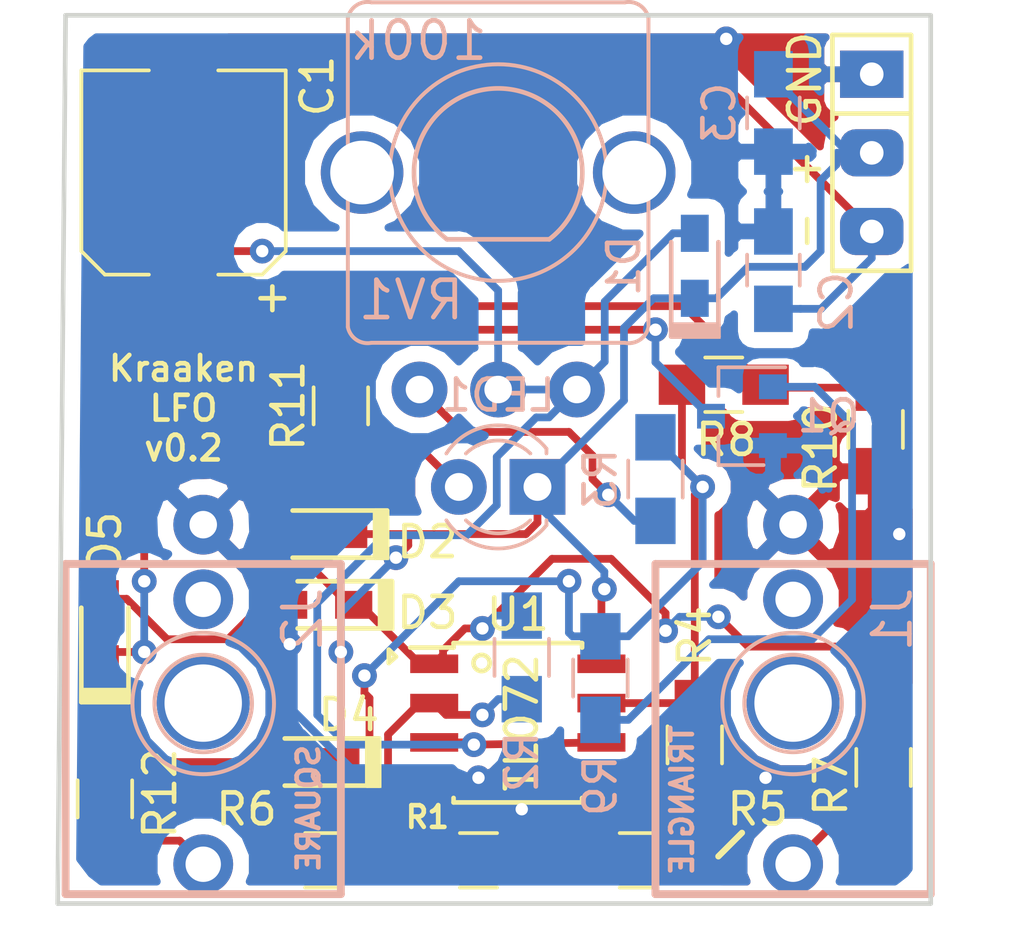
<source format=kicad_pcb>
(kicad_pcb (version 20171130) (host pcbnew "(5.0.0)")

  (general
    (thickness 1.6)
    (drawings 10)
    (tracks 203)
    (zones 0)
    (modules 27)
    (nets 18)
  )

  (page A4)
  (layers
    (0 F.Cu signal)
    (31 B.Cu signal)
    (32 B.Adhes user)
    (33 F.Adhes user)
    (34 B.Paste user)
    (35 F.Paste user)
    (36 B.SilkS user)
    (37 F.SilkS user)
    (38 B.Mask user)
    (39 F.Mask user)
    (40 Dwgs.User user)
    (41 Cmts.User user)
    (42 Eco1.User user)
    (43 Eco2.User user)
    (44 Edge.Cuts user)
    (45 Margin user)
    (46 B.CrtYd user)
    (47 F.CrtYd user)
    (48 B.Fab user)
    (49 F.Fab user)
  )

  (setup
    (last_trace_width 0.25)
    (trace_clearance 0.2)
    (zone_clearance 0.508)
    (zone_45_only no)
    (trace_min 0.2)
    (segment_width 0.2)
    (edge_width 0.15)
    (via_size 0.8)
    (via_drill 0.4)
    (via_min_size 0.4)
    (via_min_drill 0.3)
    (uvia_size 0.3)
    (uvia_drill 0.1)
    (uvias_allowed no)
    (uvia_min_size 0.2)
    (uvia_min_drill 0.1)
    (pcb_text_width 0.3)
    (pcb_text_size 1.5 1.5)
    (mod_edge_width 0.15)
    (mod_text_size 1 1)
    (mod_text_width 0.15)
    (pad_size 1.524 1.524)
    (pad_drill 0.762)
    (pad_to_mask_clearance 0.2)
    (aux_axis_origin 0 0)
    (visible_elements 7FFFFFFF)
    (pcbplotparams
      (layerselection 0x010fc_ffffffff)
      (usegerberextensions false)
      (usegerberattributes false)
      (usegerberadvancedattributes false)
      (creategerberjobfile false)
      (excludeedgelayer true)
      (linewidth 0.100000)
      (plotframeref false)
      (viasonmask false)
      (mode 1)
      (useauxorigin false)
      (hpglpennumber 1)
      (hpglpenspeed 20)
      (hpglpendiameter 15.000000)
      (psnegative false)
      (psa4output false)
      (plotreference true)
      (plotvalue true)
      (plotinvisibletext false)
      (padsonsilk false)
      (subtractmaskfromsilk false)
      (outputformat 1)
      (mirror false)
      (drillshape 0)
      (scaleselection 1)
      (outputdirectory "Gerbers"))
  )

  (net 0 "")
  (net 1 -12V)
  (net 2 "Net-(C1-Pad1)")
  (net 3 GND)
  (net 4 +12V)
  (net 5 "Net-(D2-Pad2)")
  (net 6 "Net-(D4-Pad2)")
  (net 7 "Net-(J1-Pad2)")
  (net 8 "Net-(J1-Pad3)")
  (net 9 "Net-(J2-Pad3)")
  (net 10 "Net-(J2-Pad2)")
  (net 11 "Net-(LED1-Pad2)")
  (net 12 "Net-(R1-Pad1)")
  (net 13 "Net-(R3-Pad2)")
  (net 14 "Net-(R3-Pad1)")
  (net 15 "Net-(R4-Pad2)")
  (net 16 "Net-(Q1-Pad1)")
  (net 17 "Net-(Q1-Pad3)")

  (net_class Default "This is the default net class."
    (clearance 0.2)
    (trace_width 0.25)
    (via_dia 0.8)
    (via_drill 0.4)
    (uvia_dia 0.3)
    (uvia_drill 0.1)
    (add_net +12V)
    (add_net -12V)
    (add_net GND)
    (add_net "Net-(C1-Pad1)")
    (add_net "Net-(D2-Pad2)")
    (add_net "Net-(D4-Pad2)")
    (add_net "Net-(J1-Pad2)")
    (add_net "Net-(J1-Pad3)")
    (add_net "Net-(J2-Pad2)")
    (add_net "Net-(J2-Pad3)")
    (add_net "Net-(LED1-Pad2)")
    (add_net "Net-(Q1-Pad1)")
    (add_net "Net-(Q1-Pad3)")
    (add_net "Net-(R1-Pad1)")
    (add_net "Net-(R3-Pad1)")
    (add_net "Net-(R3-Pad2)")
    (add_net "Net-(R4-Pad2)")
  )

  (module Capacitors_SMD:CP_Elec_6.3x5.3 (layer F.Cu) (tedit 58AA8B2D) (tstamp 5B82054C)
    (at 41.91 30.48 90)
    (descr "SMT capacitor, aluminium electrolytic, 6.3x5.3")
    (path /5B81D583)
    (attr smd)
    (fp_text reference C1 (at 2.794 4.318 90) (layer F.SilkS)
      (effects (font (size 1 1) (thickness 0.15)))
    )
    (fp_text value 33uF (at 0 -4.56 90) (layer F.Fab)
      (effects (font (size 1 1) (thickness 0.15)))
    )
    (fp_line (start 4.7 3.4) (end -4.7 3.4) (layer F.CrtYd) (width 0.05))
    (fp_line (start 4.7 3.4) (end 4.7 -3.4) (layer F.CrtYd) (width 0.05))
    (fp_line (start -4.7 -3.4) (end -4.7 3.4) (layer F.CrtYd) (width 0.05))
    (fp_line (start -4.7 -3.4) (end 4.7 -3.4) (layer F.CrtYd) (width 0.05))
    (fp_line (start -2.54 -3.3) (end 3.3 -3.3) (layer F.SilkS) (width 0.12))
    (fp_line (start -3.3 -2.54) (end -2.54 -3.3) (layer F.SilkS) (width 0.12))
    (fp_line (start -2.54 3.3) (end -3.3 2.54) (layer F.SilkS) (width 0.12))
    (fp_line (start 3.3 3.3) (end -2.54 3.3) (layer F.SilkS) (width 0.12))
    (fp_line (start -3.3 -2.54) (end -3.3 -1.12) (layer F.SilkS) (width 0.12))
    (fp_line (start -3.3 2.54) (end -3.3 1.12) (layer F.SilkS) (width 0.12))
    (fp_line (start 3.3 -3.3) (end 3.3 -1.12) (layer F.SilkS) (width 0.12))
    (fp_line (start 3.3 3.3) (end 3.3 1.12) (layer F.SilkS) (width 0.12))
    (fp_line (start 3.15 -3.15) (end -2.48 -3.15) (layer F.Fab) (width 0.1))
    (fp_line (start -2.48 -3.15) (end -3.15 -2.48) (layer F.Fab) (width 0.1))
    (fp_line (start -3.15 -2.48) (end -3.15 2.48) (layer F.Fab) (width 0.1))
    (fp_line (start -3.15 2.48) (end -2.48 3.15) (layer F.Fab) (width 0.1))
    (fp_line (start -2.48 3.15) (end 3.15 3.15) (layer F.Fab) (width 0.1))
    (fp_line (start 3.15 3.15) (end 3.15 -3.15) (layer F.Fab) (width 0.1))
    (fp_text user %R (at 0 4.56 90) (layer F.Fab)
      (effects (font (size 1 1) (thickness 0.15)))
    )
    (fp_text user + (at -4.064 2.794 90) (layer F.SilkS)
      (effects (font (size 1 1) (thickness 0.15)))
    )
    (fp_text user + (at -1.75 -0.08 90) (layer F.Fab)
      (effects (font (size 1 1) (thickness 0.15)))
    )
    (fp_circle (center 0 0) (end 0.6 3) (layer F.Fab) (width 0.1))
    (pad 2 smd rect (at 2.7 0 270) (size 3.5 1.6) (layers F.Cu F.Paste F.Mask)
      (net 1 -12V))
    (pad 1 smd rect (at -2.7 0 270) (size 3.5 1.6) (layers F.Cu F.Paste F.Mask)
      (net 2 "Net-(C1-Pad1)"))
    (model Capacitors_SMD.3dshapes/CP_Elec_6.3x5.3.wrl
      (at (xyz 0 0 0))
      (scale (xyz 1 1 1))
      (rotate (xyz 0 0 180))
    )
  )

  (module Capacitors_SMD:C_0805_HandSoldering (layer B.Cu) (tedit 58AA84A8) (tstamp 5B82055D)
    (at 60.96 33.635 90)
    (descr "Capacitor SMD 0805, hand soldering")
    (tags "capacitor 0805")
    (path /5B84100C)
    (attr smd)
    (fp_text reference C2 (at -1.036 2.032 90) (layer B.SilkS)
      (effects (font (size 1 1) (thickness 0.15)) (justify mirror))
    )
    (fp_text value 100nF (at 0 -1.75 90) (layer B.Fab)
      (effects (font (size 1 1) (thickness 0.15)) (justify mirror))
    )
    (fp_line (start 2.25 -0.87) (end -2.25 -0.87) (layer B.CrtYd) (width 0.05))
    (fp_line (start 2.25 -0.87) (end 2.25 0.88) (layer B.CrtYd) (width 0.05))
    (fp_line (start -2.25 0.88) (end -2.25 -0.87) (layer B.CrtYd) (width 0.05))
    (fp_line (start -2.25 0.88) (end 2.25 0.88) (layer B.CrtYd) (width 0.05))
    (fp_line (start -0.5 -0.85) (end 0.5 -0.85) (layer B.SilkS) (width 0.12))
    (fp_line (start 0.5 0.85) (end -0.5 0.85) (layer B.SilkS) (width 0.12))
    (fp_line (start -1 0.62) (end 1 0.62) (layer B.Fab) (width 0.1))
    (fp_line (start 1 0.62) (end 1 -0.62) (layer B.Fab) (width 0.1))
    (fp_line (start 1 -0.62) (end -1 -0.62) (layer B.Fab) (width 0.1))
    (fp_line (start -1 -0.62) (end -1 0.62) (layer B.Fab) (width 0.1))
    (fp_text user %R (at 0 1.75 90) (layer B.Fab)
      (effects (font (size 1 1) (thickness 0.15)) (justify mirror))
    )
    (pad 2 smd rect (at 1.25 0 90) (size 1.5 1.25) (layers B.Cu B.Paste B.Mask)
      (net 3 GND))
    (pad 1 smd rect (at -1.25 0 90) (size 1.5 1.25) (layers B.Cu B.Paste B.Mask)
      (net 1 -12V))
    (model Capacitors_SMD.3dshapes/C_0805.wrl
      (at (xyz 0 0 0))
      (scale (xyz 1 1 1))
      (rotate (xyz 0 0 0))
    )
  )

  (module Capacitors_SMD:C_0805_HandSoldering (layer B.Cu) (tedit 58AA84A8) (tstamp 5B82056E)
    (at 60.96 28.555 270)
    (descr "Capacitor SMD 0805, hand soldering")
    (tags "capacitor 0805")
    (path /5B842AF6)
    (attr smd)
    (fp_text reference C3 (at 0 1.75 270) (layer B.SilkS)
      (effects (font (size 1 1) (thickness 0.15)) (justify mirror))
    )
    (fp_text value 100nF (at 0 -1.75 270) (layer B.Fab)
      (effects (font (size 1 1) (thickness 0.15)) (justify mirror))
    )
    (fp_text user %R (at 0 1.75 270) (layer B.Fab)
      (effects (font (size 1 1) (thickness 0.15)) (justify mirror))
    )
    (fp_line (start -1 -0.62) (end -1 0.62) (layer B.Fab) (width 0.1))
    (fp_line (start 1 -0.62) (end -1 -0.62) (layer B.Fab) (width 0.1))
    (fp_line (start 1 0.62) (end 1 -0.62) (layer B.Fab) (width 0.1))
    (fp_line (start -1 0.62) (end 1 0.62) (layer B.Fab) (width 0.1))
    (fp_line (start 0.5 0.85) (end -0.5 0.85) (layer B.SilkS) (width 0.12))
    (fp_line (start -0.5 -0.85) (end 0.5 -0.85) (layer B.SilkS) (width 0.12))
    (fp_line (start -2.25 0.88) (end 2.25 0.88) (layer B.CrtYd) (width 0.05))
    (fp_line (start -2.25 0.88) (end -2.25 -0.87) (layer B.CrtYd) (width 0.05))
    (fp_line (start 2.25 -0.87) (end 2.25 0.88) (layer B.CrtYd) (width 0.05))
    (fp_line (start 2.25 -0.87) (end -2.25 -0.87) (layer B.CrtYd) (width 0.05))
    (pad 1 smd rect (at -1.25 0 270) (size 1.5 1.25) (layers B.Cu B.Paste B.Mask)
      (net 4 +12V))
    (pad 2 smd rect (at 1.25 0 270) (size 1.5 1.25) (layers B.Cu B.Paste B.Mask)
      (net 3 GND))
    (model Capacitors_SMD.3dshapes/C_0805.wrl
      (at (xyz 0 0 0))
      (scale (xyz 1 1 1))
      (rotate (xyz 0 0 0))
    )
  )

  (module MojaBiblioteka:D_0805_HandSoldering (layer B.Cu) (tedit 5B81E535) (tstamp 5B82057B)
    (at 58.42 33.494 90)
    (path /5B8271BE)
    (fp_text reference D1 (at 0 -2.286 90) (layer B.SilkS)
      (effects (font (size 1 1) (thickness 0.15)) (justify mirror))
    )
    (fp_text value 1N4148 (at 0 2.54 90) (layer B.Fab)
      (effects (font (size 1 1) (thickness 0.15)) (justify mirror))
    )
    (fp_line (start -2.286 0.762) (end 0.762 0.762) (layer B.SilkS) (width 0.15))
    (fp_line (start -2.286 0.762) (end -2.286 -0.762) (layer B.SilkS) (width 0.15))
    (fp_line (start -2.286 -0.762) (end 0.762 -0.762) (layer B.SilkS) (width 0.15))
    (fp_line (start -1.905 0.762) (end -1.905 -0.762) (layer B.SilkS) (width 0.15))
    (fp_line (start -0.254 0.381) (end -0.254 -0.381) (layer B.Fab) (width 0.15))
    (fp_poly (pts (xy -0.0635 0) (xy 0.254 0.381) (xy 0.254 -0.381)) (layer B.Fab) (width 0.15))
    (fp_poly (pts (xy -2.286 -0.762) (xy -2.286 0.762) (xy -1.905 0.762) (xy -1.905 -0.762)) (layer B.SilkS) (width 0.15))
    (pad 1 smd rect (at -1.05 0 90) (size 1.2 0.9) (layers B.Cu B.Paste B.Mask)
      (net 4 +12V))
    (pad 2 smd rect (at 1.05 0 90) (size 1.2 0.9) (layers B.Cu B.Paste B.Mask)
      (net 2 "Net-(C1-Pad1)"))
  )

  (module MojaBiblioteka:D_0805_HandSoldering (layer F.Cu) (tedit 5B81E535) (tstamp 5B820588)
    (at 46.194 42.164 180)
    (path /5B830AC2)
    (fp_text reference D2 (at -3.59 -0.254 180) (layer F.SilkS)
      (effects (font (size 1 1) (thickness 0.15)))
    )
    (fp_text value 1N4148 (at 0 -2.54 180) (layer F.Fab)
      (effects (font (size 1 1) (thickness 0.15)))
    )
    (fp_poly (pts (xy -2.286 0.762) (xy -2.286 -0.762) (xy -1.905 -0.762) (xy -1.905 0.762)) (layer F.SilkS) (width 0.15))
    (fp_poly (pts (xy -0.0635 0) (xy 0.254 -0.381) (xy 0.254 0.381)) (layer F.Fab) (width 0.15))
    (fp_line (start -0.254 -0.381) (end -0.254 0.381) (layer F.Fab) (width 0.15))
    (fp_line (start -1.905 -0.762) (end -1.905 0.762) (layer F.SilkS) (width 0.15))
    (fp_line (start -2.286 0.762) (end 0.762 0.762) (layer F.SilkS) (width 0.15))
    (fp_line (start -2.286 -0.762) (end -2.286 0.762) (layer F.SilkS) (width 0.15))
    (fp_line (start -2.286 -0.762) (end 0.762 -0.762) (layer F.SilkS) (width 0.15))
    (pad 2 smd rect (at 1.05 0 180) (size 1.2 0.9) (layers F.Cu F.Paste F.Mask)
      (net 5 "Net-(D2-Pad2)"))
    (pad 1 smd rect (at -1.05 0 180) (size 1.2 0.9) (layers F.Cu F.Paste F.Mask)
      (net 4 +12V))
  )

  (module MojaBiblioteka:D_0805_HandSoldering (layer F.Cu) (tedit 5B81E535) (tstamp 5B82641C)
    (at 46.355 44.45 180)
    (path /5B830B64)
    (fp_text reference D3 (at -3.429 -0.254 180) (layer F.SilkS)
      (effects (font (size 1 1) (thickness 0.15)))
    )
    (fp_text value 1N4148 (at 0 -2.54 180) (layer F.Fab)
      (effects (font (size 1 1) (thickness 0.15)))
    )
    (fp_line (start -2.286 -0.762) (end 0.762 -0.762) (layer F.SilkS) (width 0.15))
    (fp_line (start -2.286 -0.762) (end -2.286 0.762) (layer F.SilkS) (width 0.15))
    (fp_line (start -2.286 0.762) (end 0.762 0.762) (layer F.SilkS) (width 0.15))
    (fp_line (start -1.905 -0.762) (end -1.905 0.762) (layer F.SilkS) (width 0.15))
    (fp_line (start -0.254 -0.381) (end -0.254 0.381) (layer F.Fab) (width 0.15))
    (fp_poly (pts (xy -0.0635 0) (xy 0.254 -0.381) (xy 0.254 0.381)) (layer F.Fab) (width 0.15))
    (fp_poly (pts (xy -2.286 0.762) (xy -2.286 -0.762) (xy -1.905 -0.762) (xy -1.905 0.762)) (layer F.SilkS) (width 0.15))
    (pad 1 smd rect (at -1.05 0 180) (size 1.2 0.9) (layers F.Cu F.Paste F.Mask)
      (net 5 "Net-(D2-Pad2)"))
    (pad 2 smd rect (at 1.05 0 180) (size 1.2 0.9) (layers F.Cu F.Paste F.Mask)
      (net 1 -12V))
  )

  (module MojaBiblioteka:D_0805_HandSoldering (layer F.Cu) (tedit 5B81E535) (tstamp 5B8205A2)
    (at 45.94 49.53 180)
    (path /5B81FEE1)
    (fp_text reference D4 (at -1.304 1.524 180) (layer F.SilkS)
      (effects (font (size 1 1) (thickness 0.15)))
    )
    (fp_text value 1N4148 (at 0 -2.54 180) (layer F.Fab)
      (effects (font (size 1 1) (thickness 0.15)))
    )
    (fp_line (start -2.286 -0.762) (end 0.762 -0.762) (layer F.SilkS) (width 0.15))
    (fp_line (start -2.286 -0.762) (end -2.286 0.762) (layer F.SilkS) (width 0.15))
    (fp_line (start -2.286 0.762) (end 0.762 0.762) (layer F.SilkS) (width 0.15))
    (fp_line (start -1.905 -0.762) (end -1.905 0.762) (layer F.SilkS) (width 0.15))
    (fp_line (start -0.254 -0.381) (end -0.254 0.381) (layer F.Fab) (width 0.15))
    (fp_poly (pts (xy -0.0635 0) (xy 0.254 -0.381) (xy 0.254 0.381)) (layer F.Fab) (width 0.15))
    (fp_poly (pts (xy -2.286 0.762) (xy -2.286 -0.762) (xy -1.905 -0.762) (xy -1.905 0.762)) (layer F.SilkS) (width 0.15))
    (pad 1 smd rect (at -1.05 0 180) (size 1.2 0.9) (layers F.Cu F.Paste F.Mask)
      (net 4 +12V))
    (pad 2 smd rect (at 1.05 0 180) (size 1.2 0.9) (layers F.Cu F.Paste F.Mask)
      (net 6 "Net-(D4-Pad2)"))
  )

  (module MojaBiblioteka:D_0805_HandSoldering (layer F.Cu) (tedit 5B81E535) (tstamp 5B8205AF)
    (at 39.37 45.305 90)
    (path /5B81D61F)
    (fp_text reference D5 (at 2.887 0 90) (layer F.SilkS)
      (effects (font (size 1 1) (thickness 0.15)))
    )
    (fp_text value 1N4148 (at 0 -2.54 90) (layer F.Fab)
      (effects (font (size 1 1) (thickness 0.15)))
    )
    (fp_poly (pts (xy -2.286 0.762) (xy -2.286 -0.762) (xy -1.905 -0.762) (xy -1.905 0.762)) (layer F.SilkS) (width 0.15))
    (fp_poly (pts (xy -0.0635 0) (xy 0.254 -0.381) (xy 0.254 0.381)) (layer F.Fab) (width 0.15))
    (fp_line (start -0.254 -0.381) (end -0.254 0.381) (layer F.Fab) (width 0.15))
    (fp_line (start -1.905 -0.762) (end -1.905 0.762) (layer F.SilkS) (width 0.15))
    (fp_line (start -2.286 0.762) (end 0.762 0.762) (layer F.SilkS) (width 0.15))
    (fp_line (start -2.286 -0.762) (end -2.286 0.762) (layer F.SilkS) (width 0.15))
    (fp_line (start -2.286 -0.762) (end 0.762 -0.762) (layer F.SilkS) (width 0.15))
    (pad 2 smd rect (at 1.05 0 90) (size 1.2 0.9) (layers F.Cu F.Paste F.Mask)
      (net 1 -12V))
    (pad 1 smd rect (at -1.05 0 90) (size 1.2 0.9) (layers F.Cu F.Paste F.Mask)
      (net 6 "Net-(D4-Pad2)"))
  )

  (module 4ms-footprints:PJ301M-12 (layer B.Cu) (tedit 5B6F6854) (tstamp 5B822707)
    (at 61.595 47.625 90)
    (path /5B837962)
    (fp_text reference J1 (at 3.8354 3.9116 90) (layer B.SilkS)
      (effects (font (size 1.2065 1.2065) (thickness 0.1524)) (justify left bottom mirror))
    )
    (fp_text value TRIANGLE (at -0.635 -3.175 90) (layer B.SilkS)
      (effects (font (size 0.7 0.7) (thickness 0.1524)) (justify left bottom mirror))
    )
    (fp_circle (center 0 0) (end 3.175 0) (layer Cmts.User) (width 0.0254))
    (fp_circle (center -0.0127 0) (end 1.5113 0) (layer Cmts.User) (width 0))
    (fp_circle (center -0.0127 0) (end 2.2733 0) (layer B.SilkS) (width 0.127))
    (fp_circle (center -0.0127 0) (end 1.5621 0) (layer B.SilkS) (width 0.127))
    (fp_line (start 4.4958 -4.445) (end 4.4958 4.445) (layer B.SilkS) (width 0.254))
    (fp_line (start -6.1722 -4.445) (end 4.4958 -4.445) (layer B.SilkS) (width 0.254))
    (fp_line (start -6.1722 4.445) (end -6.1722 -4.445) (layer B.SilkS) (width 0.254))
    (fp_line (start 4.4958 4.445) (end -6.1722 4.445) (layer B.SilkS) (width 0.254))
    (pad "" np_thru_hole circle (at 0 0 90) (size 3 3) (drill 2.5) (layers *.Cu *.Mask))
    (pad 2 thru_hole circle (at 3.3528 0 90) (size 1.9304 1.9304) (drill 1.143) (layers *.Cu *.Mask)
      (net 7 "Net-(J1-Pad2)") (solder_mask_margin 0.127))
    (pad 1 thru_hole circle (at 5.7658 0 90) (size 1.9304 1.9304) (drill 0.889) (layers *.Cu *.Mask)
      (net 3 GND) (solder_mask_margin 0.127))
    (pad 3 thru_hole circle (at -5.207 0 90) (size 1.9304 1.9304) (drill 1.143) (layers *.Cu *.Mask)
      (net 8 "Net-(J1-Pad3)") (solder_mask_margin 0.127))
    (model ${GDOC}/_lib/packages3d/PJ301M-12.WRL
      (offset (xyz -0.8889999866485596 0.4063999938964844 0))
      (scale (xyz 393 393 393))
      (rotate (xyz 0 0 -90))
    )
  )

  (module 4ms-footprints:PJ301M-12 (layer B.Cu) (tedit 5B6F6854) (tstamp 5B8263D9)
    (at 42.545 47.625 90)
    (path /5B822795)
    (fp_text reference J2 (at 3.8354 3.9116 90) (layer B.SilkS)
      (effects (font (size 1.2065 1.2065) (thickness 0.1524)) (justify left bottom mirror))
    )
    (fp_text value SQUARE (at -1.27 3.81 90) (layer B.SilkS)
      (effects (font (size 0.7 0.7) (thickness 0.1524)) (justify left bottom mirror))
    )
    (fp_line (start 4.4958 4.445) (end -6.1722 4.445) (layer B.SilkS) (width 0.254))
    (fp_line (start -6.1722 4.445) (end -6.1722 -4.445) (layer B.SilkS) (width 0.254))
    (fp_line (start -6.1722 -4.445) (end 4.4958 -4.445) (layer B.SilkS) (width 0.254))
    (fp_line (start 4.4958 -4.445) (end 4.4958 4.445) (layer B.SilkS) (width 0.254))
    (fp_circle (center -0.0127 0) (end 1.5621 0) (layer B.SilkS) (width 0.127))
    (fp_circle (center -0.0127 0) (end 2.2733 0) (layer B.SilkS) (width 0.127))
    (fp_circle (center -0.0127 0) (end 1.5113 0) (layer Cmts.User) (width 0))
    (fp_circle (center 0 0) (end 3.175 0) (layer Cmts.User) (width 0.0254))
    (pad 3 thru_hole circle (at -5.207 0 90) (size 1.9304 1.9304) (drill 1.143) (layers *.Cu *.Mask)
      (net 9 "Net-(J2-Pad3)") (solder_mask_margin 0.127))
    (pad 1 thru_hole circle (at 5.7658 0 90) (size 1.9304 1.9304) (drill 0.889) (layers *.Cu *.Mask)
      (net 3 GND) (solder_mask_margin 0.127))
    (pad 2 thru_hole circle (at 3.3528 0 90) (size 1.9304 1.9304) (drill 1.143) (layers *.Cu *.Mask)
      (net 10 "Net-(J2-Pad2)") (solder_mask_margin 0.127))
    (pad "" np_thru_hole circle (at 0 0 90) (size 3 3) (drill 2.5) (layers *.Cu *.Mask))
    (model ${GDOC}/_lib/packages3d/PJ301M-12.WRL
      (offset (xyz -0.8889999866485596 0.4063999938964844 0))
      (scale (xyz 393 393 393))
      (rotate (xyz 0 0 -90))
    )
  )

  (module "MojaBiblioteka:Header 1x3" (layer F.Cu) (tedit 5B8264F6) (tstamp 5B8205DB)
    (at 64.135 29.845)
    (path /5B83AA5B)
    (fp_text reference "- + GND" (at -2.159 -0.381 90) (layer F.SilkS)
      (effects (font (size 1 1) (thickness 0.15)))
    )
    (fp_text value Header_1x03 (at 0 5.08) (layer F.Fab)
      (effects (font (size 1 1) (thickness 0.15)))
    )
    (fp_line (start -1.27 -3.81) (end 1.27 -3.81) (layer F.SilkS) (width 0.15))
    (fp_line (start 1.27 -3.81) (end 1.27 3.81) (layer F.SilkS) (width 0.15))
    (fp_line (start 1.27 3.81) (end -1.27 3.81) (layer F.SilkS) (width 0.15))
    (fp_line (start -1.27 3.81) (end -1.27 -3.81) (layer F.SilkS) (width 0.15))
    (fp_line (start -1.27 -1.27) (end 1.27 -1.27) (layer F.SilkS) (width 0.15))
    (pad 1 thru_hole rect (at 0 -2.54) (size 2.048 1.524) (drill 0.762) (layers *.Cu *.Mask)
      (net 3 GND))
    (pad 2 thru_hole roundrect (at 0 0) (size 2.048 1.524) (drill 0.762) (layers *.Cu *.Mask) (roundrect_rratio 0.33)
      (net 4 +12V))
    (pad 3 thru_hole roundrect (at 0 2.54) (size 2.048 1.524) (drill 0.762) (layers *.Cu *.Mask) (roundrect_rratio 0.33)
      (net 1 -12V))
  )

  (module LEDs:LED_D3.0mm_FlatTop (layer B.Cu) (tedit 5880A862) (tstamp 5B8205EE)
    (at 53.34 40.64 180)
    (descr "LED, Round, FlatTop, diameter 3.0mm, 2 pins, http://www.kingbright.com/attachments/file/psearch/000/00/00/L-47XEC(Ver.9A).pdf")
    (tags "LED Round FlatTop diameter 3.0mm 2 pins")
    (path /5B81D7D2)
    (fp_text reference LED1 (at 1.27 2.96 180) (layer B.SilkS)
      (effects (font (size 1 1) (thickness 0.15)) (justify mirror))
    )
    (fp_text value LED (at 1.27 -2.96 180) (layer B.Fab)
      (effects (font (size 1 1) (thickness 0.15)) (justify mirror))
    )
    (fp_line (start 3.7 2.25) (end -1.15 2.25) (layer B.CrtYd) (width 0.05))
    (fp_line (start 3.7 -2.25) (end 3.7 2.25) (layer B.CrtYd) (width 0.05))
    (fp_line (start -1.15 -2.25) (end 3.7 -2.25) (layer B.CrtYd) (width 0.05))
    (fp_line (start -1.15 2.25) (end -1.15 -2.25) (layer B.CrtYd) (width 0.05))
    (fp_line (start -0.29 -1.08) (end -0.29 -1.236) (layer B.SilkS) (width 0.12))
    (fp_line (start -0.29 1.236) (end -0.29 1.08) (layer B.SilkS) (width 0.12))
    (fp_line (start -0.23 1.16619) (end -0.23 -1.16619) (layer B.Fab) (width 0.1))
    (fp_circle (center 1.27 0) (end 2.77 0) (layer B.Fab) (width 0.1))
    (fp_arc (start 1.27 0) (end 0.229039 -1.08) (angle 87.9) (layer B.SilkS) (width 0.12))
    (fp_arc (start 1.27 0) (end 0.229039 1.08) (angle -87.9) (layer B.SilkS) (width 0.12))
    (fp_arc (start 1.27 0) (end -0.29 -1.235516) (angle 108.8) (layer B.SilkS) (width 0.12))
    (fp_arc (start 1.27 0) (end -0.29 1.235516) (angle -108.8) (layer B.SilkS) (width 0.12))
    (fp_arc (start 1.27 0) (end -0.23 1.16619) (angle -284.3) (layer B.Fab) (width 0.1))
    (pad 2 thru_hole circle (at 2.54 0 180) (size 1.8 1.8) (drill 0.9) (layers *.Cu *.Mask)
      (net 11 "Net-(LED1-Pad2)"))
    (pad 1 thru_hole rect (at 0 0 180) (size 1.8 1.8) (drill 0.9) (layers *.Cu *.Mask)
      (net 4 +12V))
    (model ${KISYS3DMOD}/LEDs.3dshapes/LED_D3.0mm_FlatTop.wrl
      (at (xyz 0 0 0))
      (scale (xyz 0.393701 0.393701 0.393701))
      (rotate (xyz 0 0 0))
    )
  )

  (module Resistors_SMD:R_0805_HandSoldering (layer F.Cu) (tedit 5B8264AE) (tstamp 5B8205FF)
    (at 51.435 52.705)
    (descr "Resistor SMD 0805, hand soldering")
    (tags "resistor 0805")
    (path /5B82A6D7)
    (attr smd)
    (fp_text reference R1 (at -1.651 -1.397) (layer F.SilkS)
      (effects (font (size 0.7 0.7) (thickness 0.15)))
    )
    (fp_text value 5.6k (at 0 1.75) (layer F.Fab)
      (effects (font (size 1 1) (thickness 0.15)))
    )
    (fp_line (start 2.35 0.9) (end -2.35 0.9) (layer F.CrtYd) (width 0.05))
    (fp_line (start 2.35 0.9) (end 2.35 -0.9) (layer F.CrtYd) (width 0.05))
    (fp_line (start -2.35 -0.9) (end -2.35 0.9) (layer F.CrtYd) (width 0.05))
    (fp_line (start -2.35 -0.9) (end 2.35 -0.9) (layer F.CrtYd) (width 0.05))
    (fp_line (start -0.6 -0.88) (end 0.6 -0.88) (layer F.SilkS) (width 0.12))
    (fp_line (start 0.6 0.88) (end -0.6 0.88) (layer F.SilkS) (width 0.12))
    (fp_line (start -1 -0.62) (end 1 -0.62) (layer F.Fab) (width 0.1))
    (fp_line (start 1 -0.62) (end 1 0.62) (layer F.Fab) (width 0.1))
    (fp_line (start 1 0.62) (end -1 0.62) (layer F.Fab) (width 0.1))
    (fp_line (start -1 0.62) (end -1 -0.62) (layer F.Fab) (width 0.1))
    (fp_text user %R (at 0 0) (layer F.Fab)
      (effects (font (size 0.5 0.5) (thickness 0.075)))
    )
    (pad 2 smd rect (at 1.35 0) (size 1.5 1.3) (layers F.Cu F.Paste F.Mask)
      (net 3 GND))
    (pad 1 smd rect (at -1.35 0) (size 1.5 1.3) (layers F.Cu F.Paste F.Mask)
      (net 12 "Net-(R1-Pad1)"))
    (model ${KISYS3DMOD}/Resistors_SMD.3dshapes/R_0805.wrl
      (at (xyz 0 0 0))
      (scale (xyz 1 1 1))
      (rotate (xyz 0 0 0))
    )
  )

  (module Resistors_SMD:R_0805_HandSoldering (layer B.Cu) (tedit 58E0A804) (tstamp 5B820610)
    (at 52.832 46.148 270)
    (descr "Resistor SMD 0805, hand soldering")
    (tags "resistor 0805")
    (path /5B82C591)
    (attr smd)
    (fp_text reference R2 (at 3.382 0 270) (layer B.SilkS)
      (effects (font (size 1 1) (thickness 0.15)) (justify mirror))
    )
    (fp_text value 15k (at 0 -1.75 270) (layer B.Fab)
      (effects (font (size 1 1) (thickness 0.15)) (justify mirror))
    )
    (fp_text user %R (at 0 0 270) (layer B.Fab)
      (effects (font (size 0.5 0.5) (thickness 0.075)) (justify mirror))
    )
    (fp_line (start -1 -0.62) (end -1 0.62) (layer B.Fab) (width 0.1))
    (fp_line (start 1 -0.62) (end -1 -0.62) (layer B.Fab) (width 0.1))
    (fp_line (start 1 0.62) (end 1 -0.62) (layer B.Fab) (width 0.1))
    (fp_line (start -1 0.62) (end 1 0.62) (layer B.Fab) (width 0.1))
    (fp_line (start 0.6 -0.88) (end -0.6 -0.88) (layer B.SilkS) (width 0.12))
    (fp_line (start -0.6 0.88) (end 0.6 0.88) (layer B.SilkS) (width 0.12))
    (fp_line (start -2.35 0.9) (end 2.35 0.9) (layer B.CrtYd) (width 0.05))
    (fp_line (start -2.35 0.9) (end -2.35 -0.9) (layer B.CrtYd) (width 0.05))
    (fp_line (start 2.35 -0.9) (end 2.35 0.9) (layer B.CrtYd) (width 0.05))
    (fp_line (start 2.35 -0.9) (end -2.35 -0.9) (layer B.CrtYd) (width 0.05))
    (pad 1 smd rect (at -1.35 0 270) (size 1.5 1.3) (layers B.Cu B.Paste B.Mask)
      (net 5 "Net-(D2-Pad2)"))
    (pad 2 smd rect (at 1.35 0 270) (size 1.5 1.3) (layers B.Cu B.Paste B.Mask)
      (net 12 "Net-(R1-Pad1)"))
    (model ${KISYS3DMOD}/Resistors_SMD.3dshapes/R_0805.wrl
      (at (xyz 0 0 0))
      (scale (xyz 1 1 1))
      (rotate (xyz 0 0 0))
    )
  )

  (module Resistors_SMD:R_0805_HandSoldering (layer B.Cu) (tedit 58E0A804) (tstamp 5B820621)
    (at 57.15 40.386 90)
    (descr "Resistor SMD 0805, hand soldering")
    (tags "resistor 0805")
    (path /5B81D48E)
    (attr smd)
    (fp_text reference R3 (at 0 -1.778 90) (layer B.SilkS)
      (effects (font (size 1 1) (thickness 0.15)) (justify mirror))
    )
    (fp_text value 2.2k (at 0 -1.75 90) (layer B.Fab)
      (effects (font (size 1 1) (thickness 0.15)) (justify mirror))
    )
    (fp_line (start 2.35 -0.9) (end -2.35 -0.9) (layer B.CrtYd) (width 0.05))
    (fp_line (start 2.35 -0.9) (end 2.35 0.9) (layer B.CrtYd) (width 0.05))
    (fp_line (start -2.35 0.9) (end -2.35 -0.9) (layer B.CrtYd) (width 0.05))
    (fp_line (start -2.35 0.9) (end 2.35 0.9) (layer B.CrtYd) (width 0.05))
    (fp_line (start -0.6 0.88) (end 0.6 0.88) (layer B.SilkS) (width 0.12))
    (fp_line (start 0.6 -0.88) (end -0.6 -0.88) (layer B.SilkS) (width 0.12))
    (fp_line (start -1 0.62) (end 1 0.62) (layer B.Fab) (width 0.1))
    (fp_line (start 1 0.62) (end 1 -0.62) (layer B.Fab) (width 0.1))
    (fp_line (start 1 -0.62) (end -1 -0.62) (layer B.Fab) (width 0.1))
    (fp_line (start -1 -0.62) (end -1 0.62) (layer B.Fab) (width 0.1))
    (fp_text user %R (at 0 0 90) (layer B.Fab)
      (effects (font (size 0.5 0.5) (thickness 0.075)) (justify mirror))
    )
    (pad 2 smd rect (at 1.35 0 90) (size 1.5 1.3) (layers B.Cu B.Paste B.Mask)
      (net 13 "Net-(R3-Pad2)"))
    (pad 1 smd rect (at -1.35 0 90) (size 1.5 1.3) (layers B.Cu B.Paste B.Mask)
      (net 14 "Net-(R3-Pad1)"))
    (model ${KISYS3DMOD}/Resistors_SMD.3dshapes/R_0805.wrl
      (at (xyz 0 0 0))
      (scale (xyz 1 1 1))
      (rotate (xyz 0 0 0))
    )
  )

  (module Resistors_SMD:R_0805_HandSoldering (layer F.Cu) (tedit 58E0A804) (tstamp 5B820632)
    (at 58.42 48.975 270)
    (descr "Resistor SMD 0805, hand soldering")
    (tags "resistor 0805")
    (path /5B81DA53)
    (attr smd)
    (fp_text reference R4 (at -3.509 0 270) (layer F.SilkS)
      (effects (font (size 1 1) (thickness 0.15)))
    )
    (fp_text value 100k (at 0 1.75 270) (layer F.Fab)
      (effects (font (size 1 1) (thickness 0.15)))
    )
    (fp_text user %R (at 0 0 270) (layer F.Fab)
      (effects (font (size 0.5 0.5) (thickness 0.075)))
    )
    (fp_line (start -1 0.62) (end -1 -0.62) (layer F.Fab) (width 0.1))
    (fp_line (start 1 0.62) (end -1 0.62) (layer F.Fab) (width 0.1))
    (fp_line (start 1 -0.62) (end 1 0.62) (layer F.Fab) (width 0.1))
    (fp_line (start -1 -0.62) (end 1 -0.62) (layer F.Fab) (width 0.1))
    (fp_line (start 0.6 0.88) (end -0.6 0.88) (layer F.SilkS) (width 0.12))
    (fp_line (start -0.6 -0.88) (end 0.6 -0.88) (layer F.SilkS) (width 0.12))
    (fp_line (start -2.35 -0.9) (end 2.35 -0.9) (layer F.CrtYd) (width 0.05))
    (fp_line (start -2.35 -0.9) (end -2.35 0.9) (layer F.CrtYd) (width 0.05))
    (fp_line (start 2.35 0.9) (end 2.35 -0.9) (layer F.CrtYd) (width 0.05))
    (fp_line (start 2.35 0.9) (end -2.35 0.9) (layer F.CrtYd) (width 0.05))
    (pad 1 smd rect (at -1.35 0 270) (size 1.5 1.3) (layers F.Cu F.Paste F.Mask)
      (net 13 "Net-(R3-Pad2)"))
    (pad 2 smd rect (at 1.35 0 270) (size 1.5 1.3) (layers F.Cu F.Paste F.Mask)
      (net 15 "Net-(R4-Pad2)"))
    (model ${KISYS3DMOD}/Resistors_SMD.3dshapes/R_0805.wrl
      (at (xyz 0 0 0))
      (scale (xyz 1 1 1))
      (rotate (xyz 0 0 0))
    )
  )

  (module Resistors_SMD:R_0805_HandSoldering (layer F.Cu) (tedit 58E0A804) (tstamp 5B820643)
    (at 56.595 52.705)
    (descr "Resistor SMD 0805, hand soldering")
    (tags "resistor 0805")
    (path /5B81DC23)
    (attr smd)
    (fp_text reference R5 (at 3.857 -1.651) (layer F.SilkS)
      (effects (font (size 1 1) (thickness 0.15)))
    )
    (fp_text value 15k (at 0 1.75) (layer F.Fab)
      (effects (font (size 1 1) (thickness 0.15)))
    )
    (fp_line (start 2.35 0.9) (end -2.35 0.9) (layer F.CrtYd) (width 0.05))
    (fp_line (start 2.35 0.9) (end 2.35 -0.9) (layer F.CrtYd) (width 0.05))
    (fp_line (start -2.35 -0.9) (end -2.35 0.9) (layer F.CrtYd) (width 0.05))
    (fp_line (start -2.35 -0.9) (end 2.35 -0.9) (layer F.CrtYd) (width 0.05))
    (fp_line (start -0.6 -0.88) (end 0.6 -0.88) (layer F.SilkS) (width 0.12))
    (fp_line (start 0.6 0.88) (end -0.6 0.88) (layer F.SilkS) (width 0.12))
    (fp_line (start -1 -0.62) (end 1 -0.62) (layer F.Fab) (width 0.1))
    (fp_line (start 1 -0.62) (end 1 0.62) (layer F.Fab) (width 0.1))
    (fp_line (start 1 0.62) (end -1 0.62) (layer F.Fab) (width 0.1))
    (fp_line (start -1 0.62) (end -1 -0.62) (layer F.Fab) (width 0.1))
    (fp_text user %R (at 0 0) (layer F.Fab)
      (effects (font (size 0.5 0.5) (thickness 0.075)))
    )
    (pad 2 smd rect (at 1.35 0) (size 1.5 1.3) (layers F.Cu F.Paste F.Mask)
      (net 3 GND))
    (pad 1 smd rect (at -1.35 0) (size 1.5 1.3) (layers F.Cu F.Paste F.Mask)
      (net 15 "Net-(R4-Pad2)"))
    (model ${KISYS3DMOD}/Resistors_SMD.3dshapes/R_0805.wrl
      (at (xyz 0 0 0))
      (scale (xyz 1 1 1))
      (rotate (xyz 0 0 0))
    )
  )

  (module Resistors_SMD:R_0805_HandSoldering (layer F.Cu) (tedit 58E0A804) (tstamp 5B820654)
    (at 46.435 52.705)
    (descr "Resistor SMD 0805, hand soldering")
    (tags "resistor 0805")
    (path /5B81E7BB)
    (attr smd)
    (fp_text reference R6 (at -2.493 -1.651) (layer F.SilkS)
      (effects (font (size 1 1) (thickness 0.15)))
    )
    (fp_text value 15k (at 0 1.75) (layer F.Fab)
      (effects (font (size 1 1) (thickness 0.15)))
    )
    (fp_text user %R (at 0 0) (layer F.Fab)
      (effects (font (size 0.5 0.5) (thickness 0.075)))
    )
    (fp_line (start -1 0.62) (end -1 -0.62) (layer F.Fab) (width 0.1))
    (fp_line (start 1 0.62) (end -1 0.62) (layer F.Fab) (width 0.1))
    (fp_line (start 1 -0.62) (end 1 0.62) (layer F.Fab) (width 0.1))
    (fp_line (start -1 -0.62) (end 1 -0.62) (layer F.Fab) (width 0.1))
    (fp_line (start 0.6 0.88) (end -0.6 0.88) (layer F.SilkS) (width 0.12))
    (fp_line (start -0.6 -0.88) (end 0.6 -0.88) (layer F.SilkS) (width 0.12))
    (fp_line (start -2.35 -0.9) (end 2.35 -0.9) (layer F.CrtYd) (width 0.05))
    (fp_line (start -2.35 -0.9) (end -2.35 0.9) (layer F.CrtYd) (width 0.05))
    (fp_line (start 2.35 0.9) (end 2.35 -0.9) (layer F.CrtYd) (width 0.05))
    (fp_line (start 2.35 0.9) (end -2.35 0.9) (layer F.CrtYd) (width 0.05))
    (pad 1 smd rect (at -1.35 0) (size 1.5 1.3) (layers F.Cu F.Paste F.Mask)
      (net 6 "Net-(D4-Pad2)"))
    (pad 2 smd rect (at 1.35 0) (size 1.5 1.3) (layers F.Cu F.Paste F.Mask)
      (net 13 "Net-(R3-Pad2)"))
    (model ${KISYS3DMOD}/Resistors_SMD.3dshapes/R_0805.wrl
      (at (xyz 0 0 0))
      (scale (xyz 1 1 1))
      (rotate (xyz 0 0 0))
    )
  )

  (module Resistors_SMD:R_0805_HandSoldering (layer F.Cu) (tedit 58E0A804) (tstamp 5B820665)
    (at 64.516 49.704 90)
    (descr "Resistor SMD 0805, hand soldering")
    (tags "resistor 0805")
    (path /5B836202)
    (attr smd)
    (fp_text reference R7 (at -0.588 -1.7 90) (layer F.SilkS)
      (effects (font (size 1 1) (thickness 0.15)))
    )
    (fp_text value 470R (at 0 1.75 90) (layer F.Fab)
      (effects (font (size 1 1) (thickness 0.15)))
    )
    (fp_text user %R (at 0 0 90) (layer F.Fab)
      (effects (font (size 0.5 0.5) (thickness 0.075)))
    )
    (fp_line (start -1 0.62) (end -1 -0.62) (layer F.Fab) (width 0.1))
    (fp_line (start 1 0.62) (end -1 0.62) (layer F.Fab) (width 0.1))
    (fp_line (start 1 -0.62) (end 1 0.62) (layer F.Fab) (width 0.1))
    (fp_line (start -1 -0.62) (end 1 -0.62) (layer F.Fab) (width 0.1))
    (fp_line (start 0.6 0.88) (end -0.6 0.88) (layer F.SilkS) (width 0.12))
    (fp_line (start -0.6 -0.88) (end 0.6 -0.88) (layer F.SilkS) (width 0.12))
    (fp_line (start -2.35 -0.9) (end 2.35 -0.9) (layer F.CrtYd) (width 0.05))
    (fp_line (start -2.35 -0.9) (end -2.35 0.9) (layer F.CrtYd) (width 0.05))
    (fp_line (start 2.35 0.9) (end 2.35 -0.9) (layer F.CrtYd) (width 0.05))
    (fp_line (start 2.35 0.9) (end -2.35 0.9) (layer F.CrtYd) (width 0.05))
    (pad 1 smd rect (at -1.35 0 90) (size 1.5 1.3) (layers F.Cu F.Paste F.Mask)
      (net 8 "Net-(J1-Pad3)"))
    (pad 2 smd rect (at 1.35 0 90) (size 1.5 1.3) (layers F.Cu F.Paste F.Mask)
      (net 5 "Net-(D2-Pad2)"))
    (model ${KISYS3DMOD}/Resistors_SMD.3dshapes/R_0805.wrl
      (at (xyz 0 0 0))
      (scale (xyz 1 1 1))
      (rotate (xyz 0 0 0))
    )
  )

  (module Resistors_SMD:R_0805_HandSoldering (layer F.Cu) (tedit 58E0A804) (tstamp 5B820676)
    (at 59.356 37.338 180)
    (descr "Resistor SMD 0805, hand soldering")
    (tags "resistor 0805")
    (path /5B81E7FD)
    (attr smd)
    (fp_text reference R8 (at -0.08 -1.778 180) (layer F.SilkS)
      (effects (font (size 1 1) (thickness 0.15)))
    )
    (fp_text value 220k (at 0 1.75 180) (layer F.Fab)
      (effects (font (size 1 1) (thickness 0.15)))
    )
    (fp_line (start 2.35 0.9) (end -2.35 0.9) (layer F.CrtYd) (width 0.05))
    (fp_line (start 2.35 0.9) (end 2.35 -0.9) (layer F.CrtYd) (width 0.05))
    (fp_line (start -2.35 -0.9) (end -2.35 0.9) (layer F.CrtYd) (width 0.05))
    (fp_line (start -2.35 -0.9) (end 2.35 -0.9) (layer F.CrtYd) (width 0.05))
    (fp_line (start -0.6 -0.88) (end 0.6 -0.88) (layer F.SilkS) (width 0.12))
    (fp_line (start 0.6 0.88) (end -0.6 0.88) (layer F.SilkS) (width 0.12))
    (fp_line (start -1 -0.62) (end 1 -0.62) (layer F.Fab) (width 0.1))
    (fp_line (start 1 -0.62) (end 1 0.62) (layer F.Fab) (width 0.1))
    (fp_line (start 1 0.62) (end -1 0.62) (layer F.Fab) (width 0.1))
    (fp_line (start -1 0.62) (end -1 -0.62) (layer F.Fab) (width 0.1))
    (fp_text user %R (at 0 0 180) (layer F.Fab)
      (effects (font (size 0.5 0.5) (thickness 0.075)))
    )
    (pad 2 smd rect (at 1.35 0 180) (size 1.5 1.3) (layers F.Cu F.Paste F.Mask)
      (net 13 "Net-(R3-Pad2)"))
    (pad 1 smd rect (at -1.35 0 180) (size 1.5 1.3) (layers F.Cu F.Paste F.Mask)
      (net 6 "Net-(D4-Pad2)"))
    (model ${KISYS3DMOD}/Resistors_SMD.3dshapes/R_0805.wrl
      (at (xyz 0 0 0))
      (scale (xyz 1 1 1))
      (rotate (xyz 0 0 0))
    )
  )

  (module Resistors_SMD:R_0805_HandSoldering (layer B.Cu) (tedit 58E0A804) (tstamp 5B820687)
    (at 55.372 46.816 270)
    (descr "Resistor SMD 0805, hand soldering")
    (tags "resistor 0805")
    (path /5B823543)
    (attr smd)
    (fp_text reference R9 (at 3.476 0 270) (layer B.SilkS)
      (effects (font (size 1 1) (thickness 0.15)) (justify mirror))
    )
    (fp_text value 100k (at 0 -1.75 270) (layer B.Fab)
      (effects (font (size 1 1) (thickness 0.15)) (justify mirror))
    )
    (fp_line (start 2.35 -0.9) (end -2.35 -0.9) (layer B.CrtYd) (width 0.05))
    (fp_line (start 2.35 -0.9) (end 2.35 0.9) (layer B.CrtYd) (width 0.05))
    (fp_line (start -2.35 0.9) (end -2.35 -0.9) (layer B.CrtYd) (width 0.05))
    (fp_line (start -2.35 0.9) (end 2.35 0.9) (layer B.CrtYd) (width 0.05))
    (fp_line (start -0.6 0.88) (end 0.6 0.88) (layer B.SilkS) (width 0.12))
    (fp_line (start 0.6 -0.88) (end -0.6 -0.88) (layer B.SilkS) (width 0.12))
    (fp_line (start -1 0.62) (end 1 0.62) (layer B.Fab) (width 0.1))
    (fp_line (start 1 0.62) (end 1 -0.62) (layer B.Fab) (width 0.1))
    (fp_line (start 1 -0.62) (end -1 -0.62) (layer B.Fab) (width 0.1))
    (fp_line (start -1 -0.62) (end -1 0.62) (layer B.Fab) (width 0.1))
    (fp_text user %R (at 0 0 270) (layer B.Fab)
      (effects (font (size 0.5 0.5) (thickness 0.075)) (justify mirror))
    )
    (pad 2 smd rect (at 1.35 0 270) (size 1.5 1.3) (layers B.Cu B.Paste B.Mask)
      (net 16 "Net-(Q1-Pad1)"))
    (pad 1 smd rect (at -1.35 0 270) (size 1.5 1.3) (layers B.Cu B.Paste B.Mask)
      (net 13 "Net-(R3-Pad2)"))
    (model ${KISYS3DMOD}/Resistors_SMD.3dshapes/R_0805.wrl
      (at (xyz 0 0 0))
      (scale (xyz 1 1 1))
      (rotate (xyz 0 0 0))
    )
  )

  (module Resistors_SMD:R_0805_HandSoldering (layer F.Cu) (tedit 58E0A804) (tstamp 5B820698)
    (at 64.262 38.782 270)
    (descr "Resistor SMD 0805, hand soldering")
    (tags "resistor 0805")
    (path /5B81F553)
    (attr smd)
    (fp_text reference R10 (at 0.588 1.778 270) (layer F.SilkS)
      (effects (font (size 1 1) (thickness 0.15)))
    )
    (fp_text value 10k (at 0 1.75 270) (layer F.Fab)
      (effects (font (size 1 1) (thickness 0.15)))
    )
    (fp_text user %R (at 0 0 270) (layer F.Fab)
      (effects (font (size 0.5 0.5) (thickness 0.075)))
    )
    (fp_line (start -1 0.62) (end -1 -0.62) (layer F.Fab) (width 0.1))
    (fp_line (start 1 0.62) (end -1 0.62) (layer F.Fab) (width 0.1))
    (fp_line (start 1 -0.62) (end 1 0.62) (layer F.Fab) (width 0.1))
    (fp_line (start -1 -0.62) (end 1 -0.62) (layer F.Fab) (width 0.1))
    (fp_line (start 0.6 0.88) (end -0.6 0.88) (layer F.SilkS) (width 0.12))
    (fp_line (start -0.6 -0.88) (end 0.6 -0.88) (layer F.SilkS) (width 0.12))
    (fp_line (start -2.35 -0.9) (end 2.35 -0.9) (layer F.CrtYd) (width 0.05))
    (fp_line (start -2.35 -0.9) (end -2.35 0.9) (layer F.CrtYd) (width 0.05))
    (fp_line (start 2.35 0.9) (end 2.35 -0.9) (layer F.CrtYd) (width 0.05))
    (fp_line (start 2.35 0.9) (end -2.35 0.9) (layer F.CrtYd) (width 0.05))
    (pad 1 smd rect (at -1.35 0 270) (size 1.5 1.3) (layers F.Cu F.Paste F.Mask)
      (net 6 "Net-(D4-Pad2)"))
    (pad 2 smd rect (at 1.35 0 270) (size 1.5 1.3) (layers F.Cu F.Paste F.Mask)
      (net 3 GND))
    (model ${KISYS3DMOD}/Resistors_SMD.3dshapes/R_0805.wrl
      (at (xyz 0 0 0))
      (scale (xyz 1 1 1))
      (rotate (xyz 0 0 0))
    )
  )

  (module Resistors_SMD:R_0805_HandSoldering (layer F.Cu) (tedit 58E0A804) (tstamp 5B8206A9)
    (at 46.99 38.02 90)
    (descr "Resistor SMD 0805, hand soldering")
    (tags "resistor 0805")
    (path /5B8254A0)
    (attr smd)
    (fp_text reference R11 (at 0 -1.7 90) (layer F.SilkS)
      (effects (font (size 1 1) (thickness 0.15)))
    )
    (fp_text value 2.2k (at 0 1.75 90) (layer F.Fab)
      (effects (font (size 1 1) (thickness 0.15)))
    )
    (fp_text user %R (at 0 0 90) (layer F.Fab)
      (effects (font (size 0.5 0.5) (thickness 0.075)))
    )
    (fp_line (start -1 0.62) (end -1 -0.62) (layer F.Fab) (width 0.1))
    (fp_line (start 1 0.62) (end -1 0.62) (layer F.Fab) (width 0.1))
    (fp_line (start 1 -0.62) (end 1 0.62) (layer F.Fab) (width 0.1))
    (fp_line (start -1 -0.62) (end 1 -0.62) (layer F.Fab) (width 0.1))
    (fp_line (start 0.6 0.88) (end -0.6 0.88) (layer F.SilkS) (width 0.12))
    (fp_line (start -0.6 -0.88) (end 0.6 -0.88) (layer F.SilkS) (width 0.12))
    (fp_line (start -2.35 -0.9) (end 2.35 -0.9) (layer F.CrtYd) (width 0.05))
    (fp_line (start -2.35 -0.9) (end -2.35 0.9) (layer F.CrtYd) (width 0.05))
    (fp_line (start 2.35 0.9) (end 2.35 -0.9) (layer F.CrtYd) (width 0.05))
    (fp_line (start 2.35 0.9) (end -2.35 0.9) (layer F.CrtYd) (width 0.05))
    (pad 1 smd rect (at -1.35 0 90) (size 1.5 1.3) (layers F.Cu F.Paste F.Mask)
      (net 11 "Net-(LED1-Pad2)"))
    (pad 2 smd rect (at 1.35 0 90) (size 1.5 1.3) (layers F.Cu F.Paste F.Mask)
      (net 17 "Net-(Q1-Pad3)"))
    (model ${KISYS3DMOD}/Resistors_SMD.3dshapes/R_0805.wrl
      (at (xyz 0 0 0))
      (scale (xyz 1 1 1))
      (rotate (xyz 0 0 0))
    )
  )

  (module Resistors_SMD:R_0805_HandSoldering (layer F.Cu) (tedit 58E0A804) (tstamp 5B8206BA)
    (at 39.37 50.72 90)
    (descr "Resistor SMD 0805, hand soldering")
    (tags "resistor 0805")
    (path /5B82211E)
    (attr smd)
    (fp_text reference R12 (at 0.174 1.778 90) (layer F.SilkS)
      (effects (font (size 1 1) (thickness 0.15)))
    )
    (fp_text value 470R (at 0 1.75 90) (layer F.Fab)
      (effects (font (size 1 1) (thickness 0.15)))
    )
    (fp_line (start 2.35 0.9) (end -2.35 0.9) (layer F.CrtYd) (width 0.05))
    (fp_line (start 2.35 0.9) (end 2.35 -0.9) (layer F.CrtYd) (width 0.05))
    (fp_line (start -2.35 -0.9) (end -2.35 0.9) (layer F.CrtYd) (width 0.05))
    (fp_line (start -2.35 -0.9) (end 2.35 -0.9) (layer F.CrtYd) (width 0.05))
    (fp_line (start -0.6 -0.88) (end 0.6 -0.88) (layer F.SilkS) (width 0.12))
    (fp_line (start 0.6 0.88) (end -0.6 0.88) (layer F.SilkS) (width 0.12))
    (fp_line (start -1 -0.62) (end 1 -0.62) (layer F.Fab) (width 0.1))
    (fp_line (start 1 -0.62) (end 1 0.62) (layer F.Fab) (width 0.1))
    (fp_line (start 1 0.62) (end -1 0.62) (layer F.Fab) (width 0.1))
    (fp_line (start -1 0.62) (end -1 -0.62) (layer F.Fab) (width 0.1))
    (fp_text user %R (at 0 0 90) (layer F.Fab)
      (effects (font (size 0.5 0.5) (thickness 0.075)))
    )
    (pad 2 smd rect (at 1.35 0 90) (size 1.5 1.3) (layers F.Cu F.Paste F.Mask)
      (net 6 "Net-(D4-Pad2)"))
    (pad 1 smd rect (at -1.35 0 90) (size 1.5 1.3) (layers F.Cu F.Paste F.Mask)
      (net 9 "Net-(J2-Pad3)"))
    (model ${KISYS3DMOD}/Resistors_SMD.3dshapes/R_0805.wrl
      (at (xyz 0 0 0))
      (scale (xyz 1 1 1))
      (rotate (xyz 0 0 0))
    )
  )

  (module 4ms-footprints:POT-9MM-ALPHA (layer B.Cu) (tedit 5B7441E0) (tstamp 5B8206CF)
    (at 52.07 30.48)
    (path /5B81D5D5)
    (fp_text reference RV1 (at -1.016 4.826) (layer B.SilkS)
      (effects (font (size 1.2065 1.2065) (thickness 0.1524)) (justify left bottom mirror))
    )
    (fp_text value 100k (at -0.254 -3.556) (layer B.SilkS)
      (effects (font (size 1.2065 1.2065) (thickness 0.1524)) (justify left bottom mirror))
    )
    (fp_circle (center -0.000163 0.001843) (end -3.500163 0.001843) (layer B.SilkS) (width 0.127))
    (fp_arc (start -4.217263 4.864943) (end -4.090263 5.501843) (angle 90) (layer B.SilkS) (width 0.127))
    (fp_line (start 4.089937 5.501843) (end -4.090263 5.501843) (layer B.SilkS) (width 0.127))
    (fp_arc (start 4.216937 4.864943) (end 4.853837 4.991943) (angle 90) (layer B.SilkS) (width 0.127))
    (fp_line (start 4.853837 -4.988257) (end 4.853837 4.991943) (layer B.SilkS) (width 0.127))
    (fp_arc (start 4.216937 -4.861257) (end 4.089937 -5.498157) (angle 90) (layer B.SilkS) (width 0.127))
    (fp_line (start -4.090263 -5.498157) (end 4.089937 -5.498157) (layer B.SilkS) (width 0.127))
    (fp_arc (start -4.217263 -4.861257) (end -4.854163 -4.988257) (angle 90) (layer B.SilkS) (width 0.127))
    (fp_line (start -4.854163 4.991943) (end -4.854163 -4.988257) (layer B.SilkS) (width 0.127))
    (fp_arc (start 0 0) (end 1.651 2.159) (angle -285.1892907) (layer B.SilkS) (width 0.15))
    (fp_line (start 1.651 2.159) (end -1.651 2.159) (layer B.SilkS) (width 0.15))
    (fp_circle (center 0 0) (end -3.3655 0) (layer Cmts.User) (width 0.15))
    (pad 5 thru_hole circle (at -4.394363 0.001843) (size 2.667 2.667) (drill 2.0574) (layers *.Cu *.Mask))
    (pad 4 thru_hole circle (at 4.394037 0.001843) (size 2.667 2.667) (drill 2.0574) (layers *.Cu *.Mask))
    (pad 1 thru_hole circle (at 2.539837 7.012243 90) (size 1.8034 1.8034) (drill 0.889) (layers *.Cu *.Mask)
      (net 2 "Net-(C1-Pad1)"))
    (pad 2 thru_hole circle (at -0.000163 7.012243 90) (size 1.8034 1.8034) (drill 0.889) (layers *.Cu *.Mask)
      (net 2 "Net-(C1-Pad1)"))
    (pad 3 thru_hole circle (at -2.540163 7.012243 90) (size 1.8034 1.8034) (drill 0.889) (layers *.Cu *.Mask)
      (net 14 "Net-(R3-Pad1)"))
    (model ${GDOC}/_lib/packages3d/RK09K1130-20.wrl
      (offset (xyz 0 0 6.045199909210205))
      (scale (xyz 393 393 393))
      (rotate (xyz 180 0 0))
    )
  )

  (module 4ms-footprints:SOIC-8_3.9x4.9mm_Pitch1.27mm (layer F.Cu) (tedit 563510CB) (tstamp 5B8206EA)
    (at 52.705 48.26)
    (descr "8-Lead Plastic Small Outline (SN) - Narrow, 3.90 mm Body [SOIC] (see Microchip Packaging Specification 00000049BS.pdf)")
    (tags "SOIC 1.27")
    (path /5B81D4E3)
    (attr smd)
    (fp_text reference U1 (at 0 -3.5) (layer F.SilkS)
      (effects (font (size 1 1) (thickness 0.15)))
    )
    (fp_text value TL072 (at 0.127 0 90) (layer F.SilkS)
      (effects (font (size 1 1) (thickness 0.15)))
    )
    (fp_line (start -4.1656 -1.9304) (end -4.1656 -2.3368) (layer F.SilkS) (width 0.15))
    (fp_line (start -3.937 -2.1336) (end -4.1656 -1.9304) (layer F.SilkS) (width 0.15))
    (fp_line (start -4.1656 -2.3622) (end -3.937 -2.1336) (layer F.SilkS) (width 0.15))
    (fp_circle (center -1.1684 -1.9304) (end -0.9398 -1.8034) (layer F.SilkS) (width 0.15))
    (fp_line (start -3.75 -2.75) (end -3.75 2.75) (layer F.CrtYd) (width 0.05))
    (fp_line (start 3.75 -2.75) (end 3.75 2.75) (layer F.CrtYd) (width 0.05))
    (fp_line (start -3.75 -2.75) (end 3.75 -2.75) (layer F.CrtYd) (width 0.05))
    (fp_line (start -3.75 2.75) (end 3.75 2.75) (layer F.CrtYd) (width 0.05))
    (fp_line (start -2.075 -2.575) (end -2.075 -2.43) (layer F.SilkS) (width 0.15))
    (fp_line (start 2.075 -2.575) (end 2.075 -2.43) (layer F.SilkS) (width 0.15))
    (fp_line (start 2.075 2.575) (end 2.075 2.43) (layer F.SilkS) (width 0.15))
    (fp_line (start -2.075 2.575) (end -2.075 2.43) (layer F.SilkS) (width 0.15))
    (fp_line (start -2.075 -2.575) (end 2.075 -2.575) (layer F.SilkS) (width 0.15))
    (fp_line (start -2.075 2.575) (end 2.075 2.575) (layer F.SilkS) (width 0.15))
    (fp_line (start -2.075 -2.43) (end -3.475 -2.43) (layer F.SilkS) (width 0.15))
    (pad 1 smd rect (at -2.7 -1.905) (size 1.55 0.6) (layers F.Cu F.Paste F.Mask)
      (net 5 "Net-(D2-Pad2)"))
    (pad 2 smd rect (at -2.7 -0.635) (size 1.55 0.6) (layers F.Cu F.Paste F.Mask)
      (net 12 "Net-(R1-Pad1)"))
    (pad 3 smd rect (at -2.7 0.635) (size 1.55 0.6) (layers F.Cu F.Paste F.Mask)
      (net 2 "Net-(C1-Pad1)"))
    (pad 4 smd rect (at -2.7 1.905) (size 1.55 0.6) (layers F.Cu F.Paste F.Mask)
      (net 1 -12V))
    (pad 5 smd rect (at 2.7 1.905) (size 1.55 0.6) (layers F.Cu F.Paste F.Mask)
      (net 15 "Net-(R4-Pad2)"))
    (pad 6 smd rect (at 2.7 0.635) (size 1.55 0.6) (layers F.Cu F.Paste F.Mask)
      (net 2 "Net-(C1-Pad1)"))
    (pad 7 smd rect (at 2.7 -0.635) (size 1.55 0.6) (layers F.Cu F.Paste F.Mask)
      (net 13 "Net-(R3-Pad2)"))
    (pad 8 smd rect (at 2.7 -1.905) (size 1.55 0.6) (layers F.Cu F.Paste F.Mask)
      (net 4 +12V))
    (model Housings_SOIC.3dshapes/SOIC-8_3.9x4.9mm_Pitch1.27mm.wrl
      (at (xyz 0 0 0))
      (scale (xyz 1 1 1))
      (rotate (xyz 0 0 0))
    )
  )

  (module TO_SOT_Packages_SMD:SOT-23 (layer B.Cu) (tedit 58CE4E7E) (tstamp 5B822624)
    (at 59.944 38.354 180)
    (descr "SOT-23, Standard")
    (tags SOT-23)
    (path /5B81D77D)
    (attr smd)
    (fp_text reference Q1 (at -2.794 0 180) (layer B.SilkS)
      (effects (font (size 1 1) (thickness 0.15)) (justify mirror))
    )
    (fp_text value MMBT3904 (at 0 -2.5 180) (layer B.Fab)
      (effects (font (size 1 1) (thickness 0.15)) (justify mirror))
    )
    (fp_line (start 0.76 -1.58) (end -0.7 -1.58) (layer B.SilkS) (width 0.12))
    (fp_line (start 0.76 1.58) (end -1.4 1.58) (layer B.SilkS) (width 0.12))
    (fp_line (start -1.7 -1.75) (end -1.7 1.75) (layer B.CrtYd) (width 0.05))
    (fp_line (start 1.7 -1.75) (end -1.7 -1.75) (layer B.CrtYd) (width 0.05))
    (fp_line (start 1.7 1.75) (end 1.7 -1.75) (layer B.CrtYd) (width 0.05))
    (fp_line (start -1.7 1.75) (end 1.7 1.75) (layer B.CrtYd) (width 0.05))
    (fp_line (start 0.76 1.58) (end 0.76 0.65) (layer B.SilkS) (width 0.12))
    (fp_line (start 0.76 -1.58) (end 0.76 -0.65) (layer B.SilkS) (width 0.12))
    (fp_line (start -0.7 -1.52) (end 0.7 -1.52) (layer B.Fab) (width 0.1))
    (fp_line (start 0.7 1.52) (end 0.7 -1.52) (layer B.Fab) (width 0.1))
    (fp_line (start -0.7 0.95) (end -0.15 1.52) (layer B.Fab) (width 0.1))
    (fp_line (start -0.15 1.52) (end 0.7 1.52) (layer B.Fab) (width 0.1))
    (fp_line (start -0.7 0.95) (end -0.7 -1.5) (layer B.Fab) (width 0.1))
    (fp_text user %R (at 0 0 90) (layer B.Fab)
      (effects (font (size 0.5 0.5) (thickness 0.075)) (justify mirror))
    )
    (pad 3 smd rect (at 1 0 180) (size 0.9 0.8) (layers B.Cu B.Paste B.Mask)
      (net 17 "Net-(Q1-Pad3)"))
    (pad 2 smd rect (at -1 -0.95 180) (size 0.9 0.8) (layers B.Cu B.Paste B.Mask)
      (net 3 GND))
    (pad 1 smd rect (at -1 0.95 180) (size 0.9 0.8) (layers B.Cu B.Paste B.Mask)
      (net 16 "Net-(Q1-Pad1)"))
    (model ${KISYS3DMOD}/TO_SOT_Packages_SMD.3dshapes/SOT-23.wrl
      (at (xyz 0 0 0))
      (scale (xyz 1 1 1))
      (rotate (xyz 0 0 0))
    )
  )

  (gr_text "Kraaken\nLFO\nv0.2" (at 41.91 38.1) (layer F.SilkS)
    (effects (font (size 0.8 0.8) (thickness 0.15)))
  )
  (gr_line (start 59.182 52.578) (end 59.944 51.816) (layer F.SilkS) (width 0.2))
  (gr_line (start 37.846 54.102) (end 38.1 25.4) (layer Edge.Cuts) (width 0.15))
  (gr_line (start 66.04 54.102) (end 37.846 54.102) (layer Edge.Cuts) (width 0.15))
  (gr_line (start 66.04 25.4) (end 66.04 54.102) (layer Edge.Cuts) (width 0.15))
  (gr_line (start 38.1 25.4) (end 66.04 25.4) (layer Edge.Cuts) (width 0.15))
  (gr_line (start 38.1 54.102) (end 66.04 54.102) (layer Eco1.User) (width 0.2))
  (gr_line (start 66.04 25.4) (end 66.04 54.102) (layer Eco1.User) (width 0.2))
  (gr_line (start 38.1 54.102) (end 38.1 25.4) (layer Eco1.User) (width 0.2))
  (gr_line (start 38.1 25.4) (end 66.04 25.4) (layer Eco1.User) (width 0.2))

  (segment (start 61.835 34.885) (end 60.96 34.885) (width 0.25) (layer B.Cu) (net 1))
  (segment (start 62.497 34.885) (end 61.835 34.885) (width 0.25) (layer B.Cu) (net 1))
  (segment (start 64.135 33.247) (end 62.497 34.885) (width 0.25) (layer B.Cu) (net 1))
  (segment (start 64.135 32.385) (end 64.135 33.247) (width 0.25) (layer B.Cu) (net 1))
  (segment (start 40.86 27.78) (end 41.91 27.78) (width 0.25) (layer F.Cu) (net 1))
  (segment (start 39.37 29.27) (end 40.86 27.78) (width 0.25) (layer F.Cu) (net 1))
  (segment (start 39.37 44.255) (end 39.37 29.27) (width 0.25) (layer F.Cu) (net 1))
  (segment (start 44.455 44.45) (end 45.305 44.45) (width 0.25) (layer F.Cu) (net 1))
  (segment (start 43.342599 45.562401) (end 44.455 44.45) (width 0.25) (layer F.Cu) (net 1))
  (segment (start 41.377401 45.562401) (end 43.342599 45.562401) (width 0.25) (layer F.Cu) (net 1))
  (segment (start 40.07 44.255) (end 41.377401 45.562401) (width 0.25) (layer F.Cu) (net 1))
  (segment (start 39.37 44.255) (end 40.07 44.255) (width 0.25) (layer F.Cu) (net 1))
  (segment (start 42.96 27.78) (end 43.816 26.924) (width 0.25) (layer F.Cu) (net 1))
  (segment (start 41.91 27.78) (end 42.96 27.78) (width 0.25) (layer F.Cu) (net 1))
  (segment (start 58.674 26.924) (end 64.135 32.385) (width 0.25) (layer F.Cu) (net 1))
  (segment (start 43.816 26.924) (end 58.674 26.924) (width 0.25) (layer F.Cu) (net 1))
  (via (at 51.435 50.038) (size 0.8) (drill 0.4) (layers F.Cu B.Cu) (net 1))
  (segment (start 50.005 50.165) (end 51.308 50.165) (width 0.25) (layer F.Cu) (net 1))
  (segment (start 51.308 50.165) (end 51.435 50.038) (width 0.25) (layer F.Cu) (net 1))
  (via (at 45.339 45.72) (size 0.8) (drill 0.4) (layers F.Cu B.Cu) (net 1))
  (segment (start 45.339 47.75341) (end 45.339 45.72) (width 0.25) (layer B.Cu) (net 1))
  (segment (start 51.435 50.038) (end 47.62359 50.038) (width 0.25) (layer B.Cu) (net 1))
  (segment (start 47.62359 50.038) (end 45.339 47.75341) (width 0.25) (layer B.Cu) (net 1))
  (segment (start 45.339 44.484) (end 45.305 44.45) (width 0.25) (layer F.Cu) (net 1))
  (segment (start 45.339 45.72) (end 45.339 44.484) (width 0.25) (layer F.Cu) (net 1))
  (segment (start 54.609837 37.492243) (end 52.069837 37.492243) (width 0.25) (layer B.Cu) (net 2))
  (segment (start 52.069837 37.492243) (end 52.069837 36.067837) (width 0.25) (layer B.Cu) (net 2))
  (segment (start 52.069837 36.067837) (end 52.07 36.067674) (width 0.25) (layer B.Cu) (net 2))
  (segment (start 52.07 36.067674) (end 52.07 34.29) (width 0.25) (layer B.Cu) (net 2))
  (via (at 44.45 33.02) (size 0.8) (drill 0.4) (layers F.Cu B.Cu) (net 2))
  (segment (start 52.07 34.29) (end 50.8 33.02) (width 0.25) (layer B.Cu) (net 2))
  (segment (start 50.8 33.02) (end 44.45 33.02) (width 0.25) (layer B.Cu) (net 2))
  (segment (start 42.07 33.02) (end 41.91 33.18) (width 0.25) (layer F.Cu) (net 2))
  (segment (start 44.45 33.02) (end 42.07 33.02) (width 0.25) (layer F.Cu) (net 2))
  (segment (start 50.005 48.895) (end 51.03 48.895) (width 0.25) (layer F.Cu) (net 2))
  (segment (start 48.419999 42.200999) (end 46.228 44.392998) (width 0.25) (layer B.Cu) (net 2))
  (segment (start 53.708138 38.393942) (end 53.300058 38.393942) (width 0.25) (layer B.Cu) (net 2))
  (segment (start 54.609837 37.492243) (end 53.708138 38.393942) (width 0.25) (layer B.Cu) (net 2))
  (segment (start 53.300058 38.393942) (end 52.025001 39.668999) (width 0.25) (layer B.Cu) (net 2))
  (segment (start 52.025001 39.668999) (end 52.025001 41.228001) (width 0.25) (layer B.Cu) (net 2))
  (segment (start 52.025001 41.228001) (end 51.052003 42.200999) (width 0.25) (layer B.Cu) (net 2))
  (segment (start 51.052003 42.200999) (end 48.419999 42.200999) (width 0.25) (layer B.Cu) (net 2))
  (segment (start 46.228 44.392998) (end 46.228 48.006) (width 0.25) (layer B.Cu) (net 2))
  (via (at 51.287279 48.967526) (size 0.8) (drill 0.4) (layers F.Cu B.Cu) (net 2))
  (segment (start 47.189526 48.967526) (end 51.287279 48.967526) (width 0.25) (layer B.Cu) (net 2))
  (segment (start 46.228 48.006) (end 47.189526 48.967526) (width 0.25) (layer B.Cu) (net 2))
  (segment (start 51.03 48.895) (end 51.287279 48.967526) (width 0.25) (layer F.Cu) (net 2))
  (segment (start 51.287279 48.967526) (end 55.405 48.895) (width 0.25) (layer F.Cu) (net 2))
  (segment (start 57.72 32.444) (end 58.42 32.444) (width 0.25) (layer B.Cu) (net 2))
  (segment (start 55.511536 34.652464) (end 57.72 32.444) (width 0.25) (layer B.Cu) (net 2))
  (segment (start 55.511536 36.590544) (end 55.511536 34.652464) (width 0.25) (layer B.Cu) (net 2))
  (segment (start 54.609837 37.492243) (end 55.511536 36.590544) (width 0.25) (layer B.Cu) (net 2))
  (via (at 52.832 51.054) (size 0.8) (drill 0.4) (layers F.Cu B.Cu) (net 3))
  (via (at 60.706 50.038) (size 0.8) (drill 0.4) (layers F.Cu B.Cu) (net 3))
  (via (at 65.024 42.164) (size 0.8) (drill 0.4) (layers F.Cu B.Cu) (net 3))
  (via (at 59.436 26.162) (size 0.8) (drill 0.4) (layers F.Cu B.Cu) (net 3))
  (segment (start 63.375 29.845) (end 64.135 29.845) (width 0.25) (layer B.Cu) (net 4))
  (segment (start 60.96 27.43) (end 63.375 29.845) (width 0.25) (layer B.Cu) (net 4))
  (segment (start 60.96 27.305) (end 60.96 27.43) (width 0.25) (layer B.Cu) (net 4))
  (segment (start 53.34 41.79) (end 53.34 40.64) (width 0.25) (layer F.Cu) (net 4))
  (segment (start 52.966 42.164) (end 53.34 41.79) (width 0.25) (layer F.Cu) (net 4))
  (via (at 46.99 45.974) (size 0.8) (drill 0.4) (layers F.Cu B.Cu) (net 4))
  (segment (start 46.99 49.53) (end 46.99 45.974) (width 0.25) (layer F.Cu) (net 4))
  (via (at 48.768 42.926) (size 0.8) (drill 0.4) (layers F.Cu B.Cu) (net 4))
  (segment (start 46.99 45.974) (end 46.99 44.704) (width 0.25) (layer B.Cu) (net 4))
  (segment (start 46.99 44.704) (end 48.768 42.926) (width 0.25) (layer B.Cu) (net 4))
  (segment (start 49.167999 42.309999) (end 49.022 42.164) (width 0.25) (layer F.Cu) (net 4))
  (segment (start 49.167999 42.526001) (end 49.167999 42.309999) (width 0.25) (layer F.Cu) (net 4))
  (segment (start 48.768 42.926) (end 49.167999 42.526001) (width 0.25) (layer F.Cu) (net 4))
  (segment (start 47.244 42.164) (end 49.022 42.164) (width 0.25) (layer F.Cu) (net 4))
  (segment (start 49.022 42.164) (end 52.966 42.164) (width 0.25) (layer F.Cu) (net 4))
  (segment (start 59.12 34.544) (end 60.136 33.528) (width 0.25) (layer B.Cu) (net 4))
  (segment (start 58.42 34.544) (end 59.12 34.544) (width 0.25) (layer B.Cu) (net 4))
  (segment (start 60.136 33.528) (end 61.976 33.528) (width 0.25) (layer B.Cu) (net 4))
  (segment (start 61.976 33.528) (end 62.484 33.02) (width 0.25) (layer B.Cu) (net 4))
  (segment (start 62.484 33.02) (end 62.484 30.734) (width 0.25) (layer B.Cu) (net 4))
  (segment (start 62.484 30.734) (end 62.992 30.226) (width 0.25) (layer B.Cu) (net 4))
  (segment (start 63.011 29.845) (end 64.135 29.845) (width 0.25) (layer B.Cu) (net 4))
  (segment (start 62.992 29.864) (end 63.011 29.845) (width 0.25) (layer B.Cu) (net 4))
  (segment (start 62.992 30.226) (end 62.992 29.864) (width 0.25) (layer B.Cu) (net 4))
  (segment (start 56.134 35.502998) (end 56.134 37.846) (width 0.25) (layer B.Cu) (net 4))
  (segment (start 57.092998 34.544) (end 56.134 35.502998) (width 0.25) (layer B.Cu) (net 4))
  (segment (start 58.42 34.544) (end 57.092998 34.544) (width 0.25) (layer B.Cu) (net 4))
  (segment (start 56.134 37.846) (end 53.34 40.64) (width 0.25) (layer B.Cu) (net 4))
  (via (at 55.499 43.942) (size 0.8) (drill 0.4) (layers F.Cu B.Cu) (net 4))
  (segment (start 55.405 46.355) (end 55.405 44.036) (width 0.25) (layer F.Cu) (net 4))
  (segment (start 55.405 44.036) (end 55.499 43.942) (width 0.25) (layer F.Cu) (net 4))
  (segment (start 53.34 41.217315) (end 53.34 40.64) (width 0.25) (layer B.Cu) (net 4))
  (segment (start 55.499 43.376315) (end 53.34 41.217315) (width 0.25) (layer B.Cu) (net 4))
  (segment (start 55.499 43.942) (end 55.499 43.376315) (width 0.25) (layer B.Cu) (net 4))
  (segment (start 49.53 46.355) (end 50.005 46.355) (width 0.25) (layer F.Cu) (net 5))
  (segment (start 47.625 44.45) (end 49.53 46.355) (width 0.25) (layer F.Cu) (net 5))
  (segment (start 47.405 44.45) (end 47.625 44.45) (width 0.25) (layer F.Cu) (net 5))
  (via (at 51.562 45.212) (size 0.8) (drill 0.4) (layers F.Cu B.Cu) (net 5))
  (segment (start 52.832 44.798) (end 51.976 44.798) (width 0.25) (layer B.Cu) (net 5))
  (segment (start 51.976 44.798) (end 51.562 45.212) (width 0.25) (layer B.Cu) (net 5))
  (segment (start 50.996315 45.212) (end 50.292 45.916315) (width 0.25) (layer F.Cu) (net 5))
  (segment (start 51.562 45.212) (end 50.996315 45.212) (width 0.25) (layer F.Cu) (net 5))
  (segment (start 50.292 46.068) (end 50.005 46.355) (width 0.25) (layer F.Cu) (net 5))
  (segment (start 50.292 45.916315) (end 50.292 46.068) (width 0.25) (layer F.Cu) (net 5))
  (segment (start 45.144 42.339) (end 45.144 42.164) (width 0.25) (layer F.Cu) (net 5))
  (segment (start 47.255 44.45) (end 45.144 42.339) (width 0.25) (layer F.Cu) (net 5))
  (segment (start 47.405 44.45) (end 47.255 44.45) (width 0.25) (layer F.Cu) (net 5))
  (via (at 59.182 44.837401) (size 0.8) (drill 0.4) (layers F.Cu B.Cu) (net 5))
  (segment (start 60.144598 45.799999) (end 59.182 44.837401) (width 0.25) (layer F.Cu) (net 5))
  (segment (start 62.961999 45.799999) (end 60.144598 45.799999) (width 0.25) (layer F.Cu) (net 5))
  (segment (start 64.516 48.354) (end 64.516 47.354) (width 0.25) (layer F.Cu) (net 5))
  (segment (start 64.516 47.354) (end 62.961999 45.799999) (width 0.25) (layer F.Cu) (net 5))
  (via (at 57.477043 45.286262) (size 0.8) (drill 0.4) (layers F.Cu B.Cu) (net 5))
  (segment (start 59.182 44.837401) (end 57.925904 44.837401) (width 0.25) (layer B.Cu) (net 5))
  (segment (start 57.925904 44.837401) (end 57.477043 45.286262) (width 0.25) (layer B.Cu) (net 5))
  (segment (start 51.961999 44.812001) (end 51.562 45.212) (width 0.25) (layer F.Cu) (net 5))
  (segment (start 53.811001 42.962999) (end 51.961999 44.812001) (width 0.25) (layer F.Cu) (net 5))
  (segment (start 55.719465 42.962999) (end 53.811001 42.962999) (width 0.25) (layer F.Cu) (net 5))
  (segment (start 57.477043 44.720577) (end 55.719465 42.962999) (width 0.25) (layer F.Cu) (net 5))
  (segment (start 57.477043 45.286262) (end 57.477043 44.720577) (width 0.25) (layer F.Cu) (net 5))
  (segment (start 39.37 46.355) (end 39.37 49.37) (width 0.25) (layer F.Cu) (net 6))
  (segment (start 44.04 49.53) (end 44.89 49.53) (width 0.25) (layer F.Cu) (net 6))
  (segment (start 40.43 49.53) (end 44.04 49.53) (width 0.25) (layer F.Cu) (net 6))
  (segment (start 40.27 49.37) (end 40.43 49.53) (width 0.25) (layer F.Cu) (net 6))
  (segment (start 39.37 49.37) (end 40.27 49.37) (width 0.25) (layer F.Cu) (net 6))
  (segment (start 44.89 52.51) (end 45.085 52.705) (width 0.25) (layer F.Cu) (net 6))
  (segment (start 44.89 49.53) (end 44.89 52.51) (width 0.25) (layer F.Cu) (net 6))
  (segment (start 60.8 37.432) (end 60.706 37.338) (width 0.25) (layer F.Cu) (net 6))
  (segment (start 64.262 37.432) (end 60.8 37.432) (width 0.25) (layer F.Cu) (net 6))
  (segment (start 60.606 37.338) (end 58.066 34.798) (width 0.25) (layer F.Cu) (net 6))
  (segment (start 60.706 37.338) (end 60.606 37.338) (width 0.25) (layer F.Cu) (net 6))
  (segment (start 58.066 34.798) (end 44.45 34.798) (width 0.25) (layer F.Cu) (net 6))
  (via (at 40.64 43.688) (size 0.8) (drill 0.4) (layers F.Cu B.Cu) (net 6))
  (segment (start 44.45 34.798) (end 40.64 38.608) (width 0.25) (layer F.Cu) (net 6))
  (segment (start 40.64 38.608) (end 40.64 43.688) (width 0.25) (layer F.Cu) (net 6))
  (via (at 40.64 45.974) (size 0.8) (drill 0.4) (layers F.Cu B.Cu) (net 6))
  (segment (start 40.64 43.688) (end 40.64 45.974) (width 0.25) (layer B.Cu) (net 6))
  (segment (start 39.751 45.974) (end 39.37 46.355) (width 0.25) (layer F.Cu) (net 6))
  (segment (start 40.64 45.974) (end 39.751 45.974) (width 0.25) (layer F.Cu) (net 6))
  (segment (start 63.373 51.054) (end 64.516 51.054) (width 0.25) (layer F.Cu) (net 8))
  (segment (start 61.595 52.832) (end 63.373 51.054) (width 0.25) (layer F.Cu) (net 8))
  (segment (start 41.783 52.07) (end 42.545 52.832) (width 0.25) (layer F.Cu) (net 9))
  (segment (start 39.37 52.07) (end 41.783 52.07) (width 0.25) (layer F.Cu) (net 9))
  (segment (start 49.53 39.37) (end 50.8 40.64) (width 0.25) (layer F.Cu) (net 11))
  (segment (start 46.99 39.37) (end 49.53 39.37) (width 0.25) (layer F.Cu) (net 11))
  (segment (start 49.985 52.705) (end 48.514 51.234) (width 0.25) (layer F.Cu) (net 12))
  (segment (start 50.085 52.705) (end 49.985 52.705) (width 0.25) (layer F.Cu) (net 12))
  (segment (start 49.53 47.625) (end 50.005 47.625) (width 0.25) (layer F.Cu) (net 12))
  (segment (start 48.514 48.641) (end 49.53 47.625) (width 0.25) (layer F.Cu) (net 12))
  (segment (start 48.514 51.234) (end 48.514 48.641) (width 0.25) (layer F.Cu) (net 12))
  (via (at 51.562 48.006) (size 0.8) (drill 0.4) (layers F.Cu B.Cu) (net 12))
  (segment (start 52.832 47.498) (end 52.07 47.498) (width 0.25) (layer B.Cu) (net 12))
  (segment (start 52.07 47.498) (end 51.562 48.006) (width 0.25) (layer B.Cu) (net 12))
  (segment (start 50.386 48.006) (end 50.005 47.625) (width 0.25) (layer F.Cu) (net 12))
  (segment (start 51.562 48.006) (end 50.386 48.006) (width 0.25) (layer F.Cu) (net 12))
  (segment (start 55.405 47.625) (end 58.42 47.625) (width 0.25) (layer F.Cu) (net 13))
  (via (at 58.674 40.64) (size 0.8) (drill 0.4) (layers F.Cu B.Cu) (net 13))
  (segment (start 58.42 47.625) (end 58.42 40.894) (width 0.25) (layer F.Cu) (net 13))
  (segment (start 58.42 40.894) (end 58.674 40.64) (width 0.25) (layer F.Cu) (net 13))
  (segment (start 56.272 45.466) (end 55.372 45.466) (width 0.25) (layer B.Cu) (net 13))
  (segment (start 58.674 43.064) (end 56.272 45.466) (width 0.25) (layer B.Cu) (net 13))
  (segment (start 58.674 40.64) (end 58.674 43.064) (width 0.25) (layer B.Cu) (net 13))
  (via (at 54.356 43.688) (size 0.8) (drill 0.4) (layers F.Cu B.Cu) (net 13))
  (segment (start 55.405 47.625) (end 55.88 47.625) (width 0.25) (layer F.Cu) (net 13))
  (segment (start 54.472 45.466) (end 55.372 45.466) (width 0.25) (layer B.Cu) (net 13))
  (segment (start 54.356 45.35) (end 54.472 45.466) (width 0.25) (layer B.Cu) (net 13))
  (segment (start 54.356 43.688) (end 54.356 45.35) (width 0.25) (layer B.Cu) (net 13))
  (via (at 47.752 46.736) (size 0.8) (drill 0.4) (layers F.Cu B.Cu) (net 13))
  (segment (start 54.356 43.688) (end 50.8 43.688) (width 0.25) (layer B.Cu) (net 13))
  (segment (start 50.8 43.688) (end 47.752 46.736) (width 0.25) (layer B.Cu) (net 13))
  (segment (start 47.785 51.805) (end 47.785 52.705) (width 0.25) (layer F.Cu) (net 13))
  (segment (start 47.915001 51.674999) (end 47.785 51.805) (width 0.25) (layer F.Cu) (net 13))
  (segment (start 47.915001 47.464686) (end 47.915001 51.674999) (width 0.25) (layer F.Cu) (net 13))
  (segment (start 47.752 47.301685) (end 47.915001 47.464686) (width 0.25) (layer F.Cu) (net 13))
  (segment (start 47.752 46.736) (end 47.752 47.301685) (width 0.25) (layer F.Cu) (net 13))
  (segment (start 58.006 39.972) (end 58.674 40.64) (width 0.25) (layer F.Cu) (net 13))
  (segment (start 58.006 37.338) (end 58.006 39.972) (width 0.25) (layer F.Cu) (net 13))
  (segment (start 57.15 39.116) (end 58.674 40.64) (width 0.25) (layer B.Cu) (net 13))
  (segment (start 57.15 39.036) (end 57.15 39.116) (width 0.25) (layer B.Cu) (net 13))
  (segment (start 49.529837 37.492243) (end 50.899594 38.862) (width 0.25) (layer F.Cu) (net 14))
  (segment (start 50.899594 38.862) (end 54.356 38.862) (width 0.25) (layer F.Cu) (net 14))
  (via (at 55.626 40.894) (size 0.8) (drill 0.4) (layers F.Cu B.Cu) (net 14))
  (segment (start 54.356 38.862) (end 55.118 39.624) (width 0.25) (layer F.Cu) (net 14))
  (segment (start 56.468 41.736) (end 55.626 40.894) (width 0.25) (layer B.Cu) (net 14))
  (segment (start 57.15 41.736) (end 56.468 41.736) (width 0.25) (layer B.Cu) (net 14))
  (segment (start 55.118 40.386) (end 55.626 40.894) (width 0.25) (layer F.Cu) (net 14))
  (segment (start 55.118 39.624) (end 55.118 40.386) (width 0.25) (layer F.Cu) (net 14))
  (segment (start 55.245 50.325) (end 55.405 50.165) (width 0.25) (layer F.Cu) (net 15))
  (segment (start 55.245 52.705) (end 55.245 50.325) (width 0.25) (layer F.Cu) (net 15))
  (segment (start 58.26 50.165) (end 58.42 50.325) (width 0.25) (layer F.Cu) (net 15))
  (segment (start 55.405 50.165) (end 58.26 50.165) (width 0.25) (layer F.Cu) (net 15))
  (segment (start 62.214297 45.562401) (end 63.5 44.276698) (width 0.25) (layer B.Cu) (net 16))
  (segment (start 63.5 44.276698) (end 63.5 38.608) (width 0.25) (layer B.Cu) (net 16))
  (segment (start 62.296 37.404) (end 60.944 37.404) (width 0.25) (layer B.Cu) (net 16))
  (segment (start 63.5 38.608) (end 62.296 37.404) (width 0.25) (layer B.Cu) (net 16))
  (segment (start 58.875599 45.562401) (end 60.706 45.562401) (width 0.25) (layer B.Cu) (net 16))
  (segment (start 56.272 48.166) (end 58.875599 45.562401) (width 0.25) (layer B.Cu) (net 16))
  (segment (start 55.372 48.166) (end 56.272 48.166) (width 0.25) (layer B.Cu) (net 16))
  (segment (start 60.432401 45.562401) (end 60.706 45.562401) (width 0.25) (layer B.Cu) (net 16))
  (segment (start 60.706 45.562401) (end 62.214297 45.562401) (width 0.25) (layer B.Cu) (net 16))
  (via (at 57.15 35.56) (size 0.8) (drill 0.4) (layers F.Cu B.Cu) (net 17))
  (segment (start 49 35.56) (end 57.15 35.56) (width 0.25) (layer F.Cu) (net 17))
  (segment (start 46.99 36.67) (end 47.89 36.67) (width 0.25) (layer F.Cu) (net 17))
  (segment (start 47.89 36.67) (end 49 35.56) (width 0.25) (layer F.Cu) (net 17))
  (segment (start 58.894 38.354) (end 58.944 38.354) (width 0.25) (layer B.Cu) (net 17))
  (segment (start 57.15 36.61) (end 58.894 38.354) (width 0.25) (layer B.Cu) (net 17))
  (segment (start 57.15 35.56) (end 57.15 36.61) (width 0.25) (layer B.Cu) (net 17))

  (zone (net 3) (net_name GND) (layer B.Cu) (tstamp 5B8645A3) (hatch edge 0.508)
    (connect_pads (clearance 0.508))
    (min_thickness 0.254)
    (fill yes (arc_segments 16) (thermal_gap 0.508) (thermal_bridge_width 0.508) (smoothing fillet) (radius 2.54))
    (polygon
      (pts
        (xy 38.1 25.4) (xy 66.04 25.4) (xy 66.04 53.975) (xy 38.1 53.975)
      )
    )
    (filled_polygon
      (pts
        (xy 59.736843 26.307235) (xy 59.68756 26.555) (xy 59.68756 28.055) (xy 59.736843 28.302765) (xy 59.877191 28.512809)
        (xy 59.93832 28.553654) (xy 59.796673 28.695302) (xy 59.7 28.928691) (xy 59.7 29.51925) (xy 59.85875 29.678)
        (xy 60.833 29.678) (xy 60.833 29.658) (xy 61.087 29.658) (xy 61.087 29.678) (xy 62.06125 29.678)
        (xy 62.097224 29.642026) (xy 62.234048 29.77885) (xy 62.232 29.789148) (xy 62.232 29.789153) (xy 62.217112 29.864)
        (xy 62.227413 29.915785) (xy 62.136224 30.006974) (xy 62.06125 29.932) (xy 61.087 29.932) (xy 61.087 31.03125)
        (xy 61.15075 31.095) (xy 61.087 31.15875) (xy 61.087 32.258) (xy 61.107 32.258) (xy 61.107 32.512)
        (xy 61.087 32.512) (xy 61.087 32.532) (xy 60.833 32.532) (xy 60.833 32.512) (xy 59.85875 32.512)
        (xy 59.7 32.67075) (xy 59.7 32.905282) (xy 59.588071 32.980071) (xy 59.545671 33.043527) (xy 59.510548 33.07865)
        (xy 59.51744 33.044) (xy 59.51744 31.844) (xy 59.468157 31.596235) (xy 59.327809 31.386191) (xy 59.117765 31.245843)
        (xy 58.87 31.19656) (xy 58.298681 31.19656) (xy 58.432537 30.873402) (xy 58.432537 30.09075) (xy 59.7 30.09075)
        (xy 59.7 30.681309) (xy 59.796673 30.914698) (xy 59.975301 31.093327) (xy 59.97934 31.095) (xy 59.975301 31.096673)
        (xy 59.796673 31.275302) (xy 59.7 31.508691) (xy 59.7 32.09925) (xy 59.85875 32.258) (xy 60.833 32.258)
        (xy 60.833 31.15875) (xy 60.76925 31.095) (xy 60.833 31.03125) (xy 60.833 29.932) (xy 59.85875 29.932)
        (xy 59.7 30.09075) (xy 58.432537 30.09075) (xy 58.432537 30.090284) (xy 58.132851 29.366777) (xy 57.579103 28.813029)
        (xy 56.855596 28.513343) (xy 56.072478 28.513343) (xy 55.348971 28.813029) (xy 54.795223 29.366777) (xy 54.495537 30.090284)
        (xy 54.495537 30.873402) (xy 54.795223 31.596909) (xy 55.348971 32.150657) (xy 56.072478 32.450343) (xy 56.638855 32.450343)
        (xy 55.027064 34.062135) (xy 54.963608 34.104535) (xy 54.921208 34.167991) (xy 54.921207 34.167992) (xy 54.795633 34.355927)
        (xy 54.736648 34.652464) (xy 54.751537 34.727316) (xy 54.751536 35.955543) (xy 54.304168 35.955543) (xy 53.739366 36.189491)
        (xy 53.339837 36.58902) (xy 52.940308 36.189491) (xy 52.829837 36.143733) (xy 52.829837 36.143345) (xy 52.83 36.142526)
        (xy 52.83 36.142522) (xy 52.844888 36.067674) (xy 52.83 35.992826) (xy 52.83 34.364846) (xy 52.844888 34.289999)
        (xy 52.83 34.215152) (xy 52.83 34.215148) (xy 52.785904 33.993463) (xy 52.617929 33.742071) (xy 52.554473 33.699671)
        (xy 51.390331 32.53553) (xy 51.347929 32.472071) (xy 51.096537 32.304096) (xy 50.874852 32.26) (xy 50.874847 32.26)
        (xy 50.8 32.245112) (xy 50.725153 32.26) (xy 48.526725 32.26) (xy 48.790703 32.150657) (xy 49.344451 31.596909)
        (xy 49.644137 30.873402) (xy 49.644137 30.090284) (xy 49.344451 29.366777) (xy 48.790703 28.813029) (xy 48.067196 28.513343)
        (xy 47.284078 28.513343) (xy 46.560571 28.813029) (xy 46.006823 29.366777) (xy 45.707137 30.090284) (xy 45.707137 30.873402)
        (xy 46.006823 31.596909) (xy 46.560571 32.150657) (xy 46.824549 32.26) (xy 45.153711 32.26) (xy 45.03628 32.142569)
        (xy 44.655874 31.985) (xy 44.244126 31.985) (xy 43.86372 32.142569) (xy 43.572569 32.43372) (xy 43.415 32.814126)
        (xy 43.415 33.225874) (xy 43.572569 33.60628) (xy 43.86372 33.897431) (xy 44.244126 34.055) (xy 44.655874 34.055)
        (xy 45.03628 33.897431) (xy 45.153711 33.78) (xy 50.485199 33.78) (xy 51.310001 34.604803) (xy 51.31 35.99217)
        (xy 51.294949 36.067837) (xy 51.309838 36.142688) (xy 51.309838 36.143732) (xy 51.199366 36.189491) (xy 50.799837 36.58902)
        (xy 50.400308 36.189491) (xy 49.835506 35.955543) (xy 49.224168 35.955543) (xy 48.659366 36.189491) (xy 48.227085 36.621772)
        (xy 47.993137 37.186574) (xy 47.993137 37.797912) (xy 48.227085 38.362714) (xy 48.659366 38.794995) (xy 49.224168 39.028943)
        (xy 49.835506 39.028943) (xy 50.400308 38.794995) (xy 50.799837 38.395466) (xy 51.199366 38.794995) (xy 51.641193 38.978005)
        (xy 51.540531 39.078668) (xy 51.477072 39.12107) (xy 51.404899 39.229085) (xy 51.10533 39.105) (xy 50.49467 39.105)
        (xy 49.930493 39.33869) (xy 49.49869 39.770493) (xy 49.265 40.33467) (xy 49.265 40.94533) (xy 49.470313 41.440999)
        (xy 48.494847 41.440999) (xy 48.419999 41.426111) (xy 48.345151 41.440999) (xy 48.345147 41.440999) (xy 48.171604 41.475519)
        (xy 48.123461 41.485095) (xy 47.947051 41.602969) (xy 47.87207 41.65307) (xy 47.82967 41.716526) (xy 45.74353 43.802667)
        (xy 45.680071 43.845069) (xy 45.512096 44.096462) (xy 45.468 44.318147) (xy 45.468 44.318151) (xy 45.453112 44.392998)
        (xy 45.468 44.467845) (xy 45.468001 47.931148) (xy 45.453112 48.006) (xy 45.512097 48.302537) (xy 45.619006 48.462537)
        (xy 45.680072 48.553929) (xy 45.743528 48.596329) (xy 46.599197 49.451999) (xy 46.641597 49.515455) (xy 46.892989 49.68343)
        (xy 47.114674 49.727526) (xy 47.114678 49.727526) (xy 47.189525 49.742414) (xy 47.264372 49.727526) (xy 50.583568 49.727526)
        (xy 50.700999 49.844957) (xy 51.081405 50.002526) (xy 51.493153 50.002526) (xy 51.873559 49.844957) (xy 52.16471 49.553806)
        (xy 52.322279 49.1734) (xy 52.322279 48.89544) (xy 53.482 48.89544) (xy 53.729765 48.846157) (xy 53.939809 48.705809)
        (xy 54.07456 48.504141) (xy 54.07456 48.916) (xy 54.123843 49.163765) (xy 54.264191 49.373809) (xy 54.474235 49.514157)
        (xy 54.722 49.56344) (xy 56.022 49.56344) (xy 56.269765 49.514157) (xy 56.479809 49.373809) (xy 56.620157 49.163765)
        (xy 56.66944 48.916) (xy 56.66944 48.814483) (xy 56.819929 48.713929) (xy 56.862331 48.65047) (xy 59.190401 46.322401)
        (xy 59.878253 46.322401) (xy 59.785034 46.41562) (xy 59.46 47.200322) (xy 59.46 48.049678) (xy 59.785034 48.83438)
        (xy 60.38562 49.434966) (xy 61.170322 49.76) (xy 62.019678 49.76) (xy 62.80438 49.434966) (xy 63.404966 48.83438)
        (xy 63.73 48.049678) (xy 63.73 47.200322) (xy 63.404966 46.41562) (xy 62.920423 45.931077) (xy 63.984473 44.867027)
        (xy 64.047929 44.824627) (xy 64.215904 44.573235) (xy 64.26 44.35155) (xy 64.26 44.351546) (xy 64.274888 44.276698)
        (xy 64.26 44.20185) (xy 64.26 38.682846) (xy 64.274888 38.607999) (xy 64.26 38.533152) (xy 64.26 38.533148)
        (xy 64.215904 38.311463) (xy 64.047929 38.060071) (xy 63.984473 38.017671) (xy 62.886331 36.91953) (xy 62.843929 36.856071)
        (xy 62.592537 36.688096) (xy 62.370852 36.644) (xy 62.370847 36.644) (xy 62.296 36.629112) (xy 62.221153 36.644)
        (xy 61.917163 36.644) (xy 61.851809 36.546191) (xy 61.641765 36.405843) (xy 61.394 36.35656) (xy 60.494 36.35656)
        (xy 60.246235 36.405843) (xy 60.036191 36.546191) (xy 59.895843 36.756235) (xy 59.84656 37.004) (xy 59.84656 37.492684)
        (xy 59.641765 37.355843) (xy 59.394 37.30656) (xy 58.921362 37.30656) (xy 57.91 36.295199) (xy 57.91 36.263711)
        (xy 58.027431 36.14628) (xy 58.17441 35.79144) (xy 58.87 35.79144) (xy 59.117765 35.742157) (xy 59.327809 35.601809)
        (xy 59.468157 35.391765) (xy 59.506318 35.199914) (xy 59.667929 35.091929) (xy 59.68756 35.062549) (xy 59.68756 35.635)
        (xy 59.736843 35.882765) (xy 59.877191 36.092809) (xy 60.087235 36.233157) (xy 60.335 36.28244) (xy 61.585 36.28244)
        (xy 61.832765 36.233157) (xy 62.042809 36.092809) (xy 62.183157 35.882765) (xy 62.230451 35.645) (xy 62.422153 35.645)
        (xy 62.497 35.659888) (xy 62.571847 35.645) (xy 62.571852 35.645) (xy 62.793537 35.600904) (xy 63.044929 35.432929)
        (xy 63.087331 35.36947) (xy 64.619473 33.837329) (xy 64.682929 33.794929) (xy 64.687421 33.788206) (xy 65.096304 33.706874)
        (xy 65.33 33.550723) (xy 65.330001 52.978185) (xy 65.205473 53.140473) (xy 64.877678 53.392) (xy 63.095085 53.392)
        (xy 63.1952 53.1503) (xy 63.1952 52.5137) (xy 62.951584 51.925559) (xy 62.501441 51.475416) (xy 61.9133 51.2318)
        (xy 61.2767 51.2318) (xy 60.688559 51.475416) (xy 60.238416 51.925559) (xy 59.9948 52.5137) (xy 59.9948 53.1503)
        (xy 60.094915 53.392) (xy 44.045085 53.392) (xy 44.1452 53.1503) (xy 44.1452 52.5137) (xy 43.901584 51.925559)
        (xy 43.451441 51.475416) (xy 42.8633 51.2318) (xy 42.2267 51.2318) (xy 41.638559 51.475416) (xy 41.188416 51.925559)
        (xy 40.9448 52.5137) (xy 40.9448 53.1503) (xy 41.044915 53.392) (xy 39.262322 53.392) (xy 38.934527 53.140473)
        (xy 38.568755 52.663791) (xy 38.650008 43.482126) (xy 39.605 43.482126) (xy 39.605 43.893874) (xy 39.762569 44.27428)
        (xy 39.88 44.391711) (xy 39.880001 45.270288) (xy 39.762569 45.38772) (xy 39.605 45.768126) (xy 39.605 46.179874)
        (xy 39.762569 46.56028) (xy 40.05372 46.851431) (xy 40.434126 47.009) (xy 40.489248 47.009) (xy 40.41 47.200322)
        (xy 40.41 48.049678) (xy 40.735034 48.83438) (xy 41.33562 49.434966) (xy 42.120322 49.76) (xy 42.969678 49.76)
        (xy 43.75438 49.434966) (xy 44.354966 48.83438) (xy 44.68 48.049678) (xy 44.68 47.200322) (xy 44.354966 46.41562)
        (xy 43.75438 45.815034) (xy 43.378087 45.659168) (xy 43.451441 45.628784) (xy 43.901584 45.178641) (xy 44.1452 44.5905)
        (xy 44.1452 43.9539) (xy 43.901584 43.365759) (xy 43.451441 42.915616) (xy 43.400859 42.894664) (xy 42.545 42.038805)
        (xy 42.530858 42.052948) (xy 42.351253 41.873343) (xy 42.365395 41.8592) (xy 42.724605 41.8592) (xy 43.67235 42.806945)
        (xy 43.935596 42.712546) (xy 44.156305 42.115431) (xy 44.131707 41.479307) (xy 43.935596 41.005854) (xy 43.67235 40.911455)
        (xy 42.724605 41.8592) (xy 42.365395 41.8592) (xy 41.41765 40.911455) (xy 41.154404 41.005854) (xy 40.933695 41.602969)
        (xy 40.958293 42.239093) (xy 41.154404 42.712546) (xy 41.417648 42.806944) (xy 41.320152 42.904441) (xy 41.22628 42.810569)
        (xy 40.845874 42.653) (xy 40.434126 42.653) (xy 40.05372 42.810569) (xy 39.762569 43.10172) (xy 39.605 43.482126)
        (xy 38.650008 43.482126) (xy 38.674346 40.73185) (xy 41.597255 40.73185) (xy 42.545 41.679595) (xy 43.492745 40.73185)
        (xy 43.398346 40.468604) (xy 42.801231 40.247895) (xy 42.165107 40.272493) (xy 41.691654 40.468604) (xy 41.597255 40.73185)
        (xy 38.674346 40.73185) (xy 38.801103 26.408408) (xy 38.934527 26.234527) (xy 39.096813 26.11) (xy 59.868632 26.11)
      )
    )
    (filled_polygon
      (pts
        (xy 62.740001 38.922803) (xy 62.740001 40.700359) (xy 62.657117 40.617475) (xy 62.542744 40.731848) (xy 62.448346 40.468604)
        (xy 61.851231 40.247895) (xy 61.728829 40.252628) (xy 61.753698 40.242327) (xy 61.932327 40.063699) (xy 62.029 39.83031)
        (xy 62.029 39.58975) (xy 61.87025 39.431) (xy 61.071 39.431) (xy 61.071 40.18025) (xy 61.178434 40.287684)
        (xy 60.741654 40.468604) (xy 60.647255 40.73185) (xy 61.595 41.679595) (xy 61.609143 41.665453) (xy 61.788748 41.845058)
        (xy 61.774605 41.8592) (xy 61.788748 41.873343) (xy 61.609143 42.052948) (xy 61.595 42.038805) (xy 60.739141 42.894664)
        (xy 60.688559 42.915616) (xy 60.238416 43.365759) (xy 59.9948 43.9539) (xy 59.9948 44.18649) (xy 59.76828 43.95997)
        (xy 59.387874 43.802401) (xy 59.010401 43.802401) (xy 59.158473 43.654329) (xy 59.221929 43.611929) (xy 59.389904 43.360537)
        (xy 59.434 43.138852) (xy 59.434 43.138847) (xy 59.448888 43.064) (xy 59.434 42.989153) (xy 59.434 41.602969)
        (xy 59.983695 41.602969) (xy 60.008293 42.239093) (xy 60.204404 42.712546) (xy 60.46765 42.806945) (xy 61.415395 41.8592)
        (xy 60.46765 40.911455) (xy 60.204404 41.005854) (xy 59.983695 41.602969) (xy 59.434 41.602969) (xy 59.434 41.343711)
        (xy 59.551431 41.22628) (xy 59.709 40.845874) (xy 59.709 40.434126) (xy 59.551431 40.05372) (xy 59.26028 39.762569)
        (xy 58.879874 39.605) (xy 58.713802 39.605) (xy 58.698552 39.58975) (xy 59.859 39.58975) (xy 59.859 39.83031)
        (xy 59.955673 40.063699) (xy 60.134302 40.242327) (xy 60.367691 40.339) (xy 60.65825 40.339) (xy 60.817 40.18025)
        (xy 60.817 39.431) (xy 60.01775 39.431) (xy 59.859 39.58975) (xy 58.698552 39.58975) (xy 58.510242 39.40144)
        (xy 59.394 39.40144) (xy 59.641765 39.352157) (xy 59.851809 39.211809) (xy 59.932219 39.091469) (xy 60.01775 39.177)
        (xy 60.817 39.177) (xy 60.817 39.157) (xy 61.071 39.157) (xy 61.071 39.177) (xy 61.87025 39.177)
        (xy 62.029 39.01825) (xy 62.029 38.77769) (xy 61.932327 38.544301) (xy 61.753698 38.365673) (xy 61.718306 38.351013)
        (xy 61.851809 38.261809) (xy 61.917163 38.164) (xy 61.981199 38.164)
      )
    )
    (filled_polygon
      (pts
        (xy 62.572673 26.183301) (xy 62.476 26.41669) (xy 62.476 27.01925) (xy 62.63475 27.178) (xy 64.008 27.178)
        (xy 64.008 27.158) (xy 64.262 27.158) (xy 64.262 27.178) (xy 64.282 27.178) (xy 64.282 27.432)
        (xy 64.262 27.432) (xy 64.262 27.452) (xy 64.008 27.452) (xy 64.008 27.432) (xy 62.63475 27.432)
        (xy 62.476 27.59075) (xy 62.476 27.871199) (xy 62.23244 27.627639) (xy 62.23244 26.555) (xy 62.183157 26.307235)
        (xy 62.051368 26.11) (xy 62.645974 26.11)
      )
    )
  )
  (zone (net 3) (net_name GND) (layer F.Cu) (tstamp 5B8645A0) (hatch edge 0.508)
    (connect_pads (clearance 0.508))
    (min_thickness 0.254)
    (fill yes (arc_segments 16) (thermal_gap 0.508) (thermal_bridge_width 0.508) (smoothing fillet) (radius 2.54))
    (polygon
      (pts
        (xy 38.1 25.4) (xy 66.04 25.4) (xy 66.04 53.975) (xy 38.1 53.975)
      )
    )
    (filled_polygon
      (pts
        (xy 59.785034 48.83438) (xy 60.38562 49.434966) (xy 61.170322 49.76) (xy 62.019678 49.76) (xy 62.80438 49.434966)
        (xy 63.21856 49.020786) (xy 63.21856 49.104) (xy 63.267843 49.351765) (xy 63.408191 49.561809) (xy 63.618235 49.702157)
        (xy 63.6275 49.704) (xy 63.618235 49.705843) (xy 63.408191 49.846191) (xy 63.267843 50.056235) (xy 63.21856 50.304)
        (xy 63.21856 50.309831) (xy 63.142306 50.324999) (xy 63.076462 50.338096) (xy 63.03206 50.367765) (xy 62.825071 50.506071)
        (xy 62.782671 50.569527) (xy 62.059741 51.292458) (xy 61.9133 51.2318) (xy 61.2767 51.2318) (xy 60.688559 51.475416)
        (xy 60.238416 51.925559) (xy 59.9948 52.5137) (xy 59.9948 53.1503) (xy 60.094915 53.392) (xy 59.33 53.392)
        (xy 59.33 52.99075) (xy 59.17125 52.832) (xy 58.072 52.832) (xy 58.072 52.852) (xy 57.818 52.852)
        (xy 57.818 52.832) (xy 57.798 52.832) (xy 57.798 52.578) (xy 57.818 52.578) (xy 57.818 52.558)
        (xy 58.072 52.558) (xy 58.072 52.578) (xy 59.17125 52.578) (xy 59.33 52.41925) (xy 59.33 51.92869)
        (xy 59.233327 51.695301) (xy 59.228866 51.69084) (xy 59.317765 51.673157) (xy 59.527809 51.532809) (xy 59.668157 51.322765)
        (xy 59.71744 51.075) (xy 59.71744 49.575) (xy 59.668157 49.327235) (xy 59.527809 49.117191) (xy 59.317765 48.976843)
        (xy 59.3085 48.975) (xy 59.317765 48.973157) (xy 59.527809 48.832809) (xy 59.668157 48.622765) (xy 59.677638 48.575102)
      )
    )
    (filled_polygon
      (pts
        (xy 53.98256 49.865) (xy 53.98256 50.465) (xy 54.031843 50.712765) (xy 54.172191 50.922809) (xy 54.382235 51.063157)
        (xy 54.485001 51.083598) (xy 54.485001 51.409549) (xy 54.247235 51.456843) (xy 54.037191 51.597191) (xy 54.012367 51.634342)
        (xy 53.894698 51.516673) (xy 53.661309 51.42) (xy 53.07075 51.42) (xy 52.912 51.57875) (xy 52.912 52.578)
        (xy 52.932 52.578) (xy 52.932 52.832) (xy 52.912 52.832) (xy 52.912 52.852) (xy 52.658 52.852)
        (xy 52.658 52.832) (xy 52.638 52.832) (xy 52.638 52.578) (xy 52.658 52.578) (xy 52.658 51.57875)
        (xy 52.49925 51.42) (xy 51.908691 51.42) (xy 51.675302 51.516673) (xy 51.496673 51.695301) (xy 51.438721 51.835209)
        (xy 51.433157 51.807235) (xy 51.292809 51.597191) (xy 51.082765 51.456843) (xy 50.835 51.40756) (xy 49.762361 51.40756)
        (xy 49.467241 51.11244) (xy 50.78 51.11244) (xy 51.027765 51.063157) (xy 51.237809 50.922809) (xy 51.378157 50.712765)
        (xy 51.42744 50.465) (xy 51.42744 50.002526) (xy 51.493153 50.002526) (xy 51.873559 49.844957) (xy 52.003487 49.715029)
        (xy 54.019454 49.679521)
      )
    )
    (filled_polygon
      (pts
        (xy 63.013843 38.429765) (xy 63.154191 38.639809) (xy 63.364235 38.780157) (xy 63.392209 38.785721) (xy 63.252301 38.843673)
        (xy 63.073673 39.022302) (xy 62.977 39.255691) (xy 62.977 39.84625) (xy 63.13575 40.005) (xy 64.135 40.005)
        (xy 64.135 39.985) (xy 64.389 39.985) (xy 64.389 40.005) (xy 64.409 40.005) (xy 64.409 40.259)
        (xy 64.389 40.259) (xy 64.389 41.35825) (xy 64.54775 41.517) (xy 65.03831 41.517) (xy 65.271699 41.420327)
        (xy 65.330001 41.362025) (xy 65.330001 46.989181) (xy 65.166 46.95656) (xy 65.164483 46.95656) (xy 65.106329 46.869526)
        (xy 65.106327 46.869524) (xy 65.063929 46.806071) (xy 65.000476 46.763673) (xy 63.55233 45.315529) (xy 63.509928 45.25207)
        (xy 63.258536 45.084095) (xy 63.036851 45.039999) (xy 63.036846 45.039999) (xy 63.01113 45.034884) (xy 63.1952 44.5905)
        (xy 63.1952 43.9539) (xy 62.951584 43.365759) (xy 62.501441 42.915616) (xy 62.450859 42.894664) (xy 61.595 42.038805)
        (xy 60.739141 42.894664) (xy 60.688559 42.915616) (xy 60.238416 43.365759) (xy 59.9948 43.9539) (xy 59.9948 44.18649)
        (xy 59.76828 43.95997) (xy 59.387874 43.802401) (xy 59.18 43.802401) (xy 59.18 41.602969) (xy 59.983695 41.602969)
        (xy 60.008293 42.239093) (xy 60.204404 42.712546) (xy 60.46765 42.806945) (xy 61.415395 41.8592) (xy 61.774605 41.8592)
        (xy 62.72235 42.806945) (xy 62.985596 42.712546) (xy 63.206305 42.115431) (xy 63.181707 41.479307) (xy 63.090083 41.258109)
        (xy 63.252301 41.420327) (xy 63.48569 41.517) (xy 63.97625 41.517) (xy 64.135 41.35825) (xy 64.135 40.259)
        (xy 63.13575 40.259) (xy 62.977 40.41775) (xy 62.977 41.002772) (xy 62.72235 40.911455) (xy 61.774605 41.8592)
        (xy 61.415395 41.8592) (xy 60.46765 40.911455) (xy 60.204404 41.005854) (xy 59.983695 41.602969) (xy 59.18 41.602969)
        (xy 59.18 41.550684) (xy 59.26028 41.517431) (xy 59.551431 41.22628) (xy 59.709 40.845874) (xy 59.709 40.73185)
        (xy 60.647255 40.73185) (xy 61.595 41.679595) (xy 62.542745 40.73185) (xy 62.448346 40.468604) (xy 61.851231 40.247895)
        (xy 61.215107 40.272493) (xy 60.741654 40.468604) (xy 60.647255 40.73185) (xy 59.709 40.73185) (xy 59.709 40.434126)
        (xy 59.551431 40.05372) (xy 59.26028 39.762569) (xy 58.879874 39.605) (xy 58.766 39.605) (xy 58.766 38.633451)
        (xy 59.003765 38.586157) (xy 59.213809 38.445809) (xy 59.354157 38.235765) (xy 59.356 38.2265) (xy 59.357843 38.235765)
        (xy 59.498191 38.445809) (xy 59.708235 38.586157) (xy 59.956 38.63544) (xy 61.456 38.63544) (xy 61.703765 38.586157)
        (xy 61.913809 38.445809) (xy 62.054157 38.235765) (xy 62.062862 38.192) (xy 62.966549 38.192)
      )
    )
    (filled_polygon
      (pts
        (xy 45.741843 35.672235) (xy 45.69256 35.92) (xy 45.69256 37.42) (xy 45.741843 37.667765) (xy 45.882191 37.877809)
        (xy 46.092235 38.018157) (xy 46.1015 38.02) (xy 46.092235 38.021843) (xy 45.882191 38.162191) (xy 45.741843 38.372235)
        (xy 45.69256 38.62) (xy 45.69256 40.12) (xy 45.741843 40.367765) (xy 45.882191 40.577809) (xy 46.092235 40.718157)
        (xy 46.34 40.76744) (xy 47.64 40.76744) (xy 47.887765 40.718157) (xy 48.097809 40.577809) (xy 48.238157 40.367765)
        (xy 48.285451 40.13) (xy 49.215199 40.13) (xy 49.31036 40.225161) (xy 49.265 40.33467) (xy 49.265 40.94533)
        (xy 49.454988 41.404) (xy 49.096847 41.404) (xy 49.022 41.389112) (xy 48.947153 41.404) (xy 48.400573 41.404)
        (xy 48.301809 41.256191) (xy 48.091765 41.115843) (xy 47.844 41.06656) (xy 46.644 41.06656) (xy 46.396235 41.115843)
        (xy 46.194 41.250973) (xy 45.991765 41.115843) (xy 45.744 41.06656) (xy 44.544 41.06656) (xy 44.296235 41.115843)
        (xy 44.086191 41.256191) (xy 44.057238 41.299522) (xy 43.935596 41.005854) (xy 43.67235 40.911455) (xy 42.724605 41.8592)
        (xy 43.67235 42.806945) (xy 43.917456 42.719051) (xy 43.945843 42.861765) (xy 44.086191 43.071809) (xy 44.296235 43.212157)
        (xy 44.544 43.26144) (xy 44.991639 43.26144) (xy 45.082759 43.35256) (xy 44.705 43.35256) (xy 44.457235 43.401843)
        (xy 44.247191 43.542191) (xy 44.106843 43.752235) (xy 44.103092 43.771094) (xy 44.076766 43.788685) (xy 43.901584 43.365759)
        (xy 43.451441 42.915616) (xy 43.400859 42.894664) (xy 42.545 42.038805) (xy 42.530858 42.052948) (xy 42.351253 41.873343)
        (xy 42.365395 41.8592) (xy 42.351253 41.845058) (xy 42.530858 41.665453) (xy 42.545 41.679595) (xy 43.492745 40.73185)
        (xy 43.398346 40.468604) (xy 42.801231 40.247895) (xy 42.165107 40.272493) (xy 41.691654 40.468604) (xy 41.597256 40.731848)
        (xy 41.482883 40.617475) (xy 41.4 40.700358) (xy 41.4 38.922801) (xy 44.764802 35.558) (xy 45.818173 35.558)
      )
    )
    (filled_polygon
      (pts
        (xy 62.572673 26.183301) (xy 62.476 26.41669) (xy 62.476 27.01925) (xy 62.63475 27.178) (xy 64.008 27.178)
        (xy 64.008 27.158) (xy 64.262 27.158) (xy 64.262 27.178) (xy 64.282 27.178) (xy 64.282 27.432)
        (xy 64.262 27.432) (xy 64.262 27.452) (xy 64.008 27.452) (xy 64.008 27.432) (xy 62.63475 27.432)
        (xy 62.476 27.59075) (xy 62.476 28.19331) (xy 62.572673 28.426699) (xy 62.751302 28.605327) (xy 62.936109 28.681877)
        (xy 62.800493 28.772493) (xy 62.551126 29.145696) (xy 62.46356 29.58592) (xy 62.46356 29.638758) (xy 59.264331 26.43953)
        (xy 59.221929 26.376071) (xy 58.970537 26.208096) (xy 58.748852 26.164) (xy 58.748847 26.164) (xy 58.674 26.149112)
        (xy 58.599153 26.164) (xy 43.890848 26.164) (xy 43.816 26.149112) (xy 43.741152 26.164) (xy 43.741148 26.164)
        (xy 43.567605 26.19852) (xy 43.519462 26.208096) (xy 43.35744 26.316356) (xy 43.35744 26.11) (xy 62.645974 26.11)
      )
    )
  )
)

</source>
